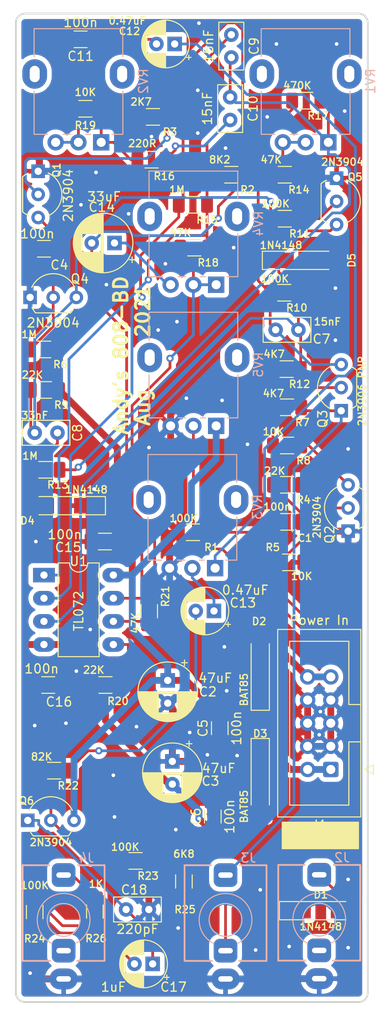
<source format=kicad_pcb>
(kicad_pcb (version 20171130) (host pcbnew "(5.1.9)-1")
  (layers (0 F.Cu signal) (31 B.Cu signal) (34 B.Paste user hide) (35 F.Paste user hide) (36 B.SilkS user) (37 F.SilkS user) (38 B.Mask user hide) (39 F.Mask user hide) (44 Edge.Cuts user))
  (net 0 "")
  (net 1 "Net-(C1-Pad2)")
  (net 2 "Net-(C1-Pad1)")
  (net 3 +12V)
  (net 4 -12V)
  (net 5 "Net-(C7-Pad2)")
  (net 6 "Net-(C7-Pad1)")
  (net 7 "Net-(C8-Pad2)")
  (net 8 "Net-(C8-Pad1)")
  (net 9 "Net-(C10-Pad1)")
  (net 10 "Net-(C9-Pad1)")
  (net 11 "Net-(C10-Pad2)")
  (net 12 "Net-(C11-Pad1)")
  (net 13 "Net-(C12-Pad1)")
  (net 14 "Net-(C13-Pad1)")
  (net 15 KICK_TRIGGER)
  (net 16 "Net-(D2-Pad2)")
  (net 17 "Net-(D3-Pad1)")
  (net 18 "Net-(Q1-Pad2)")
  (net 19 "Net-(Q2-Pad3)")
  (net 20 "Net-(Q2-Pad2)")
  (net 21 "Net-(Q3-Pad2)")
  (net 22 "Net-(Q5-Pad3)")
  (net 23 "Net-(Q6-Pad2)")
  (net 24 "Net-(R18-Pad2)")
  (net 25 "Net-(Q5-Pad2)")
  (net 26 "Net-(C4-Pad2)")
  (net 27 "Net-(C13-Pad2)")
  (net 28 "Net-(C17-Pad2)")
  (net 29 "Net-(C17-Pad1)")
  (net 30 KICK_OUT)
  (net 31 "Net-(J2-PadTN)")
  (net 32 "Net-(J4-PadTN)")
  (net 33 "Net-(C14-Pad2)")
  (net 34 ACCENT_IN)
  (net 35 "Net-(J3-PadTN)")
  (net 36 "Net-(R16-Pad2)")
  (net 37 "Net-(R20-Pad1)")
  (net 38 "Net-(C14-Pad1)")
  (net 39 GND)
  (module Andys_Custom_Footprints:R_1206_3216Metric_Pad1.30x1.75mm_HandSolder (layer F.Cu) (at 135.763 162.153 270)
    (fp_text reference R26 (at 2.947 -0.127 180) (layer F.SilkS) (effects (font (size 0.8 0.8))))
    (fp_text value 1K (at -3.022 -0.127 180) (layer F.SilkS) (effects (font (size 0.8 0.8))))
    (pad 2 smd roundrect (at 1.55 0 270) (size 1.3 1.75) (layers F.Cu F.Paste F.Mask) (roundrect_rratio 0.1923069230769231) (net 28 "Net-(C17-Pad2)"))
    (pad 1 smd roundrect (at -1.55 0 270) (size 1.3 1.75) (layers F.Cu F.Paste F.Mask) (roundrect_rratio 0.1923069230769231) (net 30 KICK_OUT))
  )
  (module Andys_Custom_Footprints:R_1206_3216Metric_Pad1.30x1.75mm_HandSolder (layer F.Cu) (at 145.542 158.851 270)
    (fp_text reference R25 (at 3.074 -0.127 180) (layer F.SilkS) (effects (font (size 0.8 0.8))))
    (fp_text value 6K8 (at -3.022 0 180) (layer F.SilkS) (effects (font (size 0.8 0.8))))
    (pad 2 smd roundrect (at 1.55 0 270) (size 1.3 1.75) (layers F.Cu F.Paste F.Mask) (roundrect_rratio 0.1923069230769231) (net 29 "Net-(C17-Pad1)"))
    (pad 1 smd roundrect (at -1.55 0 270) (size 1.3 1.75) (layers F.Cu F.Paste F.Mask) (roundrect_rratio 0.1923069230769231) (net 4 -12V))
  )
  (module Andys_Custom_Footprints:R_1206_3216Metric_Pad1.30x1.75mm_HandSolder (layer F.Cu) (at 129.159 162.205 270)
    (fp_text reference R24 (at 2.921 0 180) (layer F.SilkS) (effects (font (size 0.8 0.8))))
    (fp_text value 100K (at -2.921 0 180) (layer F.SilkS) (effects (font (size 0.8 0.8))))
    (pad 2 smd roundrect (at 1.55 0 270) (size 1.3 1.75) (layers F.Cu F.Paste F.Mask) (roundrect_rratio 0.1923069230769231) (net 39 GND))
    (pad 1 smd roundrect (at -1.55 0 270) (size 1.3 1.75) (layers F.Cu F.Paste F.Mask) (roundrect_rratio 0.1923069230769231) (net 28 "Net-(C17-Pad2)"))
  )
  (module Andys_Custom_Footprints:R_1206_3216Metric_Pad1.30x1.75mm_HandSolder (layer F.Cu) (at 140.234 156.591 180)
    (fp_text reference R23 (at -1.371 -1.651) (layer F.SilkS) (effects (font (size 0.8 0.8))))
    (fp_text value 100K (at 1.143 1.524) (layer F.SilkS) (effects (font (size 0.8 0.8))))
    (pad 2 smd roundrect (at 1.55 0 180) (size 1.3 1.75) (layers F.Cu F.Paste F.Mask) (roundrect_rratio 0.1923069230769231) (net 23 "Net-(Q6-Pad2)"))
    (pad 1 smd roundrect (at -1.55 0 180) (size 1.3 1.75) (layers F.Cu F.Paste F.Mask) (roundrect_rratio 0.1923069230769231) (net 39 GND))
  )
  (module Andys_Custom_Footprints:R_1206_3216Metric_Pad1.30x1.75mm_HandSolder (layer F.Cu) (at 131.292 146.685)
    (fp_text reference R22 (at 1.55 1.651) (layer F.SilkS) (effects (font (size 0.8 0.8))))
    (fp_text value 82K (at -1.371 -1.524) (layer F.SilkS) (effects (font (size 0.8 0.8))))
    (pad 2 smd roundrect (at 1.55 0) (size 1.3 1.75) (layers F.Cu F.Paste F.Mask) (roundrect_rratio 0.1923069230769231) (net 27 "Net-(C13-Pad2)"))
    (pad 1 smd roundrect (at -1.55 0) (size 1.3 1.75) (layers F.Cu F.Paste F.Mask) (roundrect_rratio 0.1923069230769231) (net 23 "Net-(Q6-Pad2)"))
  )
  (module Andys_Custom_Footprints:R_1206_3216Metric_Pad1.30x1.75mm_HandSolder (layer F.Cu) (at 141.732 129.185 90)
    (fp_text reference R21 (at 1.625 1.778 90) (layer F.SilkS) (effects (font (size 0.8 0.8))))
    (fp_text value 47K (at -1.296 -1.524 90) (layer F.SilkS) (effects (font (size 0.8 0.8))))
    (pad 2 smd roundrect (at 1.55 0 90) (size 1.3 1.75) (layers F.Cu F.Paste F.Mask) (roundrect_rratio 0.1923069230769231) (net 33 "Net-(C14-Pad2)"))
    (pad 1 smd roundrect (at -1.55 0 90) (size 1.3 1.75) (layers F.Cu F.Paste F.Mask) (roundrect_rratio 0.1923069230769231) (net 24 "Net-(R18-Pad2)"))
  )
  (module Andys_Custom_Footprints:R_1206_3216Metric_Pad1.30x1.75mm_HandSolder (layer F.Cu) (at 136.932 137.287 180)
    (fp_text reference R20 (at -1.371 -1.778) (layer F.SilkS) (effects (font (size 0.8 0.8))))
    (fp_text value 22K (at 1.296 1.651) (layer F.SilkS) (effects (font (size 0.8 0.8))))
    (pad 2 smd roundrect (at 1.55 0 180) (size 1.3 1.75) (layers F.Cu F.Paste F.Mask) (roundrect_rratio 0.1923069230769231) (net 39 GND))
    (pad 1 smd roundrect (at -1.55 0 180) (size 1.3 1.75) (layers F.Cu F.Paste F.Mask) (roundrect_rratio 0.1923069230769231) (net 37 "Net-(R20-Pad1)"))
  )
  (module Andys_Custom_Footprints:R_1206_3216Metric_Pad1.30x1.75mm_HandSolder (layer F.Cu) (at 134.721 74.041 180)
    (fp_text reference R19 (at 0 -1.82) (layer F.SilkS) (effects (font (size 0.8 0.8))))
    (fp_text value 10K (at 0 1.82) (layer F.SilkS) (effects (font (size 0.8 0.8))))
    (pad 2 smd roundrect (at 1.55 0 180) (size 1.3 1.75) (layers F.Cu F.Paste F.Mask) (roundrect_rratio 0.1923069230769231) (net 12 "Net-(C11-Pad1)"))
    (pad 1 smd roundrect (at -1.55 0 180) (size 1.3 1.75) (layers F.Cu F.Paste F.Mask) (roundrect_rratio 0.1923069230769231) (net 36 "Net-(R16-Pad2)"))
  )
  (module Andys_Custom_Footprints:R_1206_3216Metric_Pad1.30x1.75mm_HandSolder (layer F.Cu) (at 146.685 89.281 180)
    (fp_text reference R18 (at -1.524 -1.651) (layer F.SilkS) (effects (font (size 0.8 0.8))))
    (fp_text value 47K (at 1.524 1.651) (layer F.SilkS) (effects (font (size 0.8 0.8))))
    (pad 2 smd roundrect (at 1.55 0 180) (size 1.3 1.75) (layers F.Cu F.Paste F.Mask) (roundrect_rratio 0.1923069230769231) (net 24 "Net-(R18-Pad2)"))
    (pad 1 smd roundrect (at -1.55 0 180) (size 1.3 1.75) (layers F.Cu F.Paste F.Mask) (roundrect_rratio 0.1923069230769231) (net 11 "Net-(C10-Pad2)"))
  )
  (module Andys_Custom_Footprints:R_1206_3216Metric_Pad1.30x1.75mm_HandSolder (layer F.Cu) (at 158.978 73.152)
    (fp_text reference R17 (at 1.296 1.651) (layer F.SilkS) (effects (font (size 0.8 0.8))))
    (fp_text value 470K (at -0.99 -1.651) (layer F.SilkS) (effects (font (size 0.8 0.8))))
    (pad 2 smd roundrect (at 1.55 0) (size 1.3 1.75) (layers F.Cu F.Paste F.Mask) (roundrect_rratio 0.1923069230769231) (net 9 "Net-(C10-Pad1)"))
    (pad 1 smd roundrect (at -1.55 0) (size 1.3 1.75) (layers F.Cu F.Paste F.Mask) (roundrect_rratio 0.1923069230769231) (net 33 "Net-(C14-Pad2)"))
  )
  (module Andys_Custom_Footprints:R_1206_3216Metric_Pad1.30x1.75mm_HandSolder (layer F.Cu) (at 141.986 79.629 180)
    (fp_text reference R16 (at -1.397 -1.82) (layer F.SilkS) (effects (font (size 0.8 0.8))))
    (fp_text value 220R (at 1.016 1.778) (layer F.SilkS) (effects (font (size 0.8 0.8))))
    (pad 2 smd roundrect (at 1.55 0 180) (size 1.3 1.75) (layers F.Cu F.Paste F.Mask) (roundrect_rratio 0.1923069230769231) (net 36 "Net-(R16-Pad2)"))
    (pad 1 smd roundrect (at -1.55 0 180) (size 1.3 1.75) (layers F.Cu F.Paste F.Mask) (roundrect_rratio 0.1923069230769231) (net 11 "Net-(C10-Pad2)"))
  )
  (module Andys_Custom_Footprints:R_1206_3216Metric_Pad1.30x1.75mm_HandSolder (layer F.Cu) (at 146.532 84.582 180)
    (fp_text reference R15 (at -1.55 -1.651) (layer F.SilkS) (effects (font (size 0.8 0.8))))
    (fp_text value 1M (at 1.752 1.651) (layer F.SilkS) (effects (font (size 0.8 0.8))))
    (pad 2 smd roundrect (at 1.55 0 180) (size 1.3 1.75) (layers F.Cu F.Paste F.Mask) (roundrect_rratio 0.1923069230769231) (net 10 "Net-(C9-Pad1)"))
    (pad 1 smd roundrect (at -1.55 0 180) (size 1.3 1.75) (layers F.Cu F.Paste F.Mask) (roundrect_rratio 0.1923069230769231) (net 11 "Net-(C10-Pad2)"))
  )
  (module Andys_Custom_Footprints:R_1206_3216Metric_Pad1.30x1.75mm_HandSolder (layer F.Cu) (at 156.617 81.28)
    (fp_text reference R14 (at 1.55 1.651) (layer F.SilkS) (effects (font (size 0.8 0.8))))
    (fp_text value 47K (at -1.498 -1.651) (layer F.SilkS) (effects (font (size 0.8 0.8))))
    (pad 2 smd roundrect (at 1.55 0) (size 1.3 1.75) (layers F.Cu F.Paste F.Mask) (roundrect_rratio 0.1923069230769231) (net 39 GND))
    (pad 1 smd roundrect (at -1.55 0) (size 1.3 1.75) (layers F.Cu F.Paste F.Mask) (roundrect_rratio 0.1923069230769231) (net 22 "Net-(Q5-Pad3)"))
  )
  (module Andys_Custom_Footprints:R_1206_3216Metric_Pad1.30x1.75mm_HandSolder (layer F.Cu) (at 130.328 113.665 180)
    (fp_text reference R13 (at -1.371 -1.651) (layer F.SilkS) (effects (font (size 0.8 0.8))))
    (fp_text value 1M (at 1.677 1.524) (layer F.SilkS) (effects (font (size 0.8 0.8))))
    (pad 2 smd roundrect (at 1.55 0 180) (size 1.3 1.75) (layers F.Cu F.Paste F.Mask) (roundrect_rratio 0.1923069230769231) (net 7 "Net-(C8-Pad2)"))
    (pad 1 smd roundrect (at -1.55 0 180) (size 1.3 1.75) (layers F.Cu F.Paste F.Mask) (roundrect_rratio 0.1923069230769231) (net 9 "Net-(C10-Pad1)"))
  )
  (module Andys_Custom_Footprints:R_1206_3216Metric_Pad1.30x1.75mm_HandSolder (layer F.Cu) (at 156.819 102.616)
    (fp_text reference R12 (at 1.423 1.651) (layer F.SilkS) (effects (font (size 0.8 0.8))))
    (fp_text value 4K7 (at -1.371 -1.651) (layer F.SilkS) (effects (font (size 0.8 0.8))))
    (pad 2 smd roundrect (at 1.55 0) (size 1.3 1.75) (layers F.Cu F.Paste F.Mask) (roundrect_rratio 0.1923069230769231) (net 6 "Net-(C7-Pad1)"))
    (pad 1 smd roundrect (at -1.55 0) (size 1.3 1.75) (layers F.Cu F.Paste F.Mask) (roundrect_rratio 0.1923069230769231) (net 39 GND))
  )
  (module Andys_Custom_Footprints:R_1206_3216Metric_Pad1.30x1.75mm_HandSolder (layer F.Cu) (at 156.617 86.106 180)
    (fp_text reference R11 (at -1.651 -1.651) (layer F.SilkS) (effects (font (size 0.8 0.8))))
    (fp_text value 100K (at 1.016 1.651) (layer F.SilkS) (effects (font (size 0.8 0.8))))
    (pad 2 smd roundrect (at 1.55 0 180) (size 1.3 1.75) (layers F.Cu F.Paste F.Mask) (roundrect_rratio 0.1923069230769231) (net 8 "Net-(C8-Pad1)"))
    (pad 1 smd roundrect (at -1.55 0 180) (size 1.3 1.75) (layers F.Cu F.Paste F.Mask) (roundrect_rratio 0.1923069230769231) (net 25 "Net-(Q5-Pad2)"))
  )
  (module Andys_Custom_Footprints:R_1206_3216Metric_Pad1.30x1.75mm_HandSolder (layer F.Cu) (at 156.565 94.234 180)
    (fp_text reference R10 (at -1.371 -1.651) (layer F.SilkS) (effects (font (size 0.8 0.8))))
    (fp_text value 100K (at 1.042 1.524) (layer F.SilkS) (effects (font (size 0.8 0.8))))
    (pad 2 smd roundrect (at 1.55 0 180) (size 1.3 1.75) (layers F.Cu F.Paste F.Mask) (roundrect_rratio 0.1923069230769231) (net 5 "Net-(C7-Pad2)"))
    (pad 1 smd roundrect (at -1.55 0 180) (size 1.3 1.75) (layers F.Cu F.Paste F.Mask) (roundrect_rratio 0.1923069230769231) (net 6 "Net-(C7-Pad1)"))
  )
  (module Andys_Custom_Footprints:R_1206_3216Metric_Pad1.30x1.75mm_HandSolder (layer F.Cu) (at 130.276 104.902)
    (fp_text reference R9 (at 1.804 1.651) (layer F.SilkS) (effects (font (size 0.8 0.8))))
    (fp_text value 22K (at -1.371 -1.651) (layer F.SilkS) (effects (font (size 0.8 0.8))))
    (pad 2 smd roundrect (at 1.55 0) (size 1.3 1.75) (layers F.Cu F.Paste F.Mask) (roundrect_rratio 0.1923069230769231) (net 3 +12V))
    (pad 1 smd roundrect (at -1.55 0) (size 1.3 1.75) (layers F.Cu F.Paste F.Mask) (roundrect_rratio 0.1923069230769231) (net 8 "Net-(C8-Pad1)"))
  )
  (module Andys_Custom_Footprints:R_1206_3216Metric_Pad1.30x1.75mm_HandSolder (layer F.Cu) (at 156.871 110.998)
    (fp_text reference R8 (at 1.804 1.651) (layer F.SilkS) (effects (font (size 0.8 0.8))))
    (fp_text value 10K (at -1.498 -1.524) (layer F.SilkS) (effects (font (size 0.8 0.8))))
    (pad 2 smd roundrect (at 1.55 0) (size 1.3 1.75) (layers F.Cu F.Paste F.Mask) (roundrect_rratio 0.1923069230769231) (net 19 "Net-(Q2-Pad3)"))
    (pad 1 smd roundrect (at -1.55 0) (size 1.3 1.75) (layers F.Cu F.Paste F.Mask) (roundrect_rratio 0.1923069230769231) (net 21 "Net-(Q3-Pad2)"))
  )
  (module Andys_Custom_Footprints:R_1206_3216Metric_Pad1.30x1.75mm_HandSolder (layer F.Cu) (at 156.871 106.807 180)
    (fp_text reference R7 (at -1.677 -1.651) (layer F.SilkS) (effects (font (size 0.8 0.8))))
    (fp_text value 4K7 (at 1.498 1.524) (layer F.SilkS) (effects (font (size 0.8 0.8))))
    (pad 2 smd roundrect (at 1.55 0 180) (size 1.3 1.75) (layers F.Cu F.Paste F.Mask) (roundrect_rratio 0.1923069230769231) (net 21 "Net-(Q3-Pad2)"))
    (pad 1 smd roundrect (at -1.55 0 180) (size 1.3 1.75) (layers F.Cu F.Paste F.Mask) (roundrect_rratio 0.1923069230769231) (net 34 ACCENT_IN))
  )
  (module Andys_Custom_Footprints:R_1206_3216Metric_Pad1.30x1.75mm_HandSolder (layer F.Cu) (at 130.201 100.457)
    (fp_text reference R6 (at 1.778 1.651) (layer F.SilkS) (effects (font (size 0.8 0.8))))
    (fp_text value 1M (at -1.651 -1.651) (layer F.SilkS) (effects (font (size 0.8 0.8))))
    (pad 2 smd roundrect (at 1.55 0) (size 1.3 1.75) (layers F.Cu F.Paste F.Mask) (roundrect_rratio 0.1923069230769231) (net 3 +12V))
    (pad 1 smd roundrect (at -1.55 0) (size 1.3 1.75) (layers F.Cu F.Paste F.Mask) (roundrect_rratio 0.1923069230769231) (net 26 "Net-(C4-Pad2)"))
  )
  (module Andys_Custom_Footprints:R_1206_3216Metric_Pad1.30x1.75mm_HandSolder (layer F.Cu) (at 157.099 123.825)
    (fp_text reference R5 (at -1.804 -1.651) (layer F.SilkS) (effects (font (size 0.8 0.8))))
    (fp_text value 10K (at 1.371 1.524) (layer F.SilkS) (effects (font (size 0.8 0.8))))
    (pad 2 smd roundrect (at 1.55 0) (size 1.3 1.75) (layers F.Cu F.Paste F.Mask) (roundrect_rratio 0.1923069230769231) (net 39 GND))
    (pad 1 smd roundrect (at -1.55 0) (size 1.3 1.75) (layers F.Cu F.Paste F.Mask) (roundrect_rratio 0.1923069230769231) (net 20 "Net-(Q2-Pad2)"))
  )
  (module Andys_Custom_Footprints:R_1206_3216Metric_Pad1.30x1.75mm_HandSolder (layer F.Cu) (at 156.871 115.316)
    (fp_text reference R4 (at 1.804 1.651) (layer F.SilkS) (effects (font (size 0.8 0.8))))
    (fp_text value 22K (at -1.371 -1.524) (layer F.SilkS) (effects (font (size 0.8 0.8))))
    (pad 2 smd roundrect (at 1.55 0) (size 1.3 1.75) (layers F.Cu F.Paste F.Mask) (roundrect_rratio 0.1923069230769231) (net 20 "Net-(Q2-Pad2)"))
    (pad 1 smd roundrect (at -1.55 0) (size 1.3 1.75) (layers F.Cu F.Paste F.Mask) (roundrect_rratio 0.1923069230769231) (net 2 "Net-(C1-Pad1)"))
  )
  (module Andys_Custom_Footprints:R_1206_3216Metric_Pad1.30x1.75mm_HandSolder (layer F.Cu) (at 142.139 74.93)
    (fp_text reference R3 (at 1.879 1.651) (layer F.SilkS) (effects (font (size 0.8 0.8))))
    (fp_text value 2K7 (at -1.296 -1.651) (layer F.SilkS) (effects (font (size 0.8 0.8))))
    (pad 2 smd roundrect (at 1.55 0) (size 1.3 1.75) (layers F.Cu F.Paste F.Mask) (roundrect_rratio 0.1923069230769231) (net 18 "Net-(Q1-Pad2)"))
    (pad 1 smd roundrect (at -1.55 0) (size 1.3 1.75) (layers F.Cu F.Paste F.Mask) (roundrect_rratio 0.1923069230769231) (net 39 GND))
  )
  (module Andys_Custom_Footprints:R_1206_3216Metric_Pad1.30x1.75mm_HandSolder (layer F.Cu) (at 150.749 81.28)
    (fp_text reference R2 (at 1.778 1.651) (layer F.SilkS) (effects (font (size 0.8 0.8))))
    (fp_text value 8K2 (at -1.27 -1.651) (layer F.SilkS) (effects (font (size 0.8 0.8))))
    (pad 2 smd roundrect (at 1.55 0) (size 1.3 1.75) (layers F.Cu F.Paste F.Mask) (roundrect_rratio 0.1923069230769231) (net 5 "Net-(C7-Pad2)"))
    (pad 1 smd roundrect (at -1.55 0) (size 1.3 1.75) (layers F.Cu F.Paste F.Mask) (roundrect_rratio 0.1923069230769231) (net 18 "Net-(Q1-Pad2)"))
  )
  (module Andys_Custom_Footprints:R_1206_3216Metric_Pad1.30x1.75mm_HandSolder (layer F.Cu) (at 146.532 120.523 180)
    (fp_text reference R1 (at -2.032 -1.651) (layer F.SilkS) (effects (font (size 0.8 0.8))))
    (fp_text value 100K (at 1.016 1.524) (layer F.SilkS) (effects (font (size 0.8 0.8))))
    (pad 2 smd roundrect (at 1.55 0 180) (size 1.3 1.75) (layers F.Cu F.Paste F.Mask) (roundrect_rratio 0.1923069230769231) (net 39 GND))
    (pad 1 smd roundrect (at -1.55 0 180) (size 1.3 1.75) (layers F.Cu F.Paste F.Mask) (roundrect_rratio 0.1923069230769231) (net 1 "Net-(C1-Pad2)"))
  )
  (module Andys_Custom_Footprints:D_MiniMELF_Handsoldering (layer F.Cu) (at 158.706 90.678)
    (fp_text reference D5 (at 5.251 0 90) (layer F.SilkS) (effects (font (size 0.8 0.8))))
    (fp_text value 1N4148 (at -2.496 -1.651) (layer F.SilkS) (effects (font (size 0.8 0.8))))
    (pad 2 smd rect (at 2.75 0) (size 3.3 1.7) (layers F.Cu F.Paste F.Mask) (net 39 GND))
    (pad 1 smd rect (at -2.75 0) (size 3.3 1.7) (layers F.Cu F.Paste F.Mask) (net 6 "Net-(C7-Pad1)"))
  )
  (module Andys_Custom_Footprints:D_MiniMELF_Handsoldering (layer F.Cu) (at 132.378 117.602 180)
    (fp_text reference D4 (at 4.02 -1.651) (layer F.SilkS) (effects (font (size 0.8 0.8))))
    (fp_text value 1N4148 (at -2.457 1.75) (layer F.SilkS) (effects (font (size 0.8 0.8))))
    (pad 2 smd rect (at 2.75 0 180) (size 3.3 1.7) (layers F.Cu F.Paste F.Mask) (net 7 "Net-(C8-Pad2)"))
    (pad 1 smd rect (at -2.75 0 180) (size 3.3 1.7) (layers F.Cu F.Paste F.Mask) (net 39 GND))
  )
  (module Andys_Custom_Footprints:D_MiniMELF_Handsoldering (layer F.Cu) (at 153.924 147.701 270)
    (fp_text reference D3 (at -5.08 0 180) (layer F.SilkS) (effects (font (size 0.8 0.8))))
    (fp_text value BAT85 (at 2.921 1.778 90) (layer F.SilkS) (effects (font (size 0.8 0.8))))
    (pad 2 smd rect (at 2.75 0 270) (size 3.3 1.7) (layers F.Cu F.Paste F.Mask) (net 4 -12V))
    (pad 1 smd rect (at -2.75 0 270) (size 3.3 1.7) (layers F.Cu F.Paste F.Mask) (net 17 "Net-(D3-Pad1)"))
  )
  (module Andys_Custom_Footprints:D_MiniMELF_Handsoldering (layer F.Cu) (at 153.924 135.509 90)
    (fp_text reference D2 (at 5.207 -0.127 180) (layer F.SilkS) (effects (font (size 0.8 0.8))))
    (fp_text value BAT85 (at -2.286 -1.778 90) (layer F.SilkS) (effects (font (size 0.8 0.8))))
    (pad 2 smd rect (at 2.75 0 90) (size 3.3 1.7) (layers F.Cu F.Paste F.Mask) (net 16 "Net-(D2-Pad2)"))
    (pad 1 smd rect (at -2.75 0 90) (size 3.3 1.7) (layers F.Cu F.Paste F.Mask) (net 3 +12V))
  )
  (module Andys_Custom_Footprints:D_MiniMELF_Handsoldering (layer F.Cu) (at 160.572 162.052)
    (fp_text reference D1 (at 0 -1.75) (layer F.SilkS) (effects (font (size 0.8 0.8))))
    (fp_text value 1N4148 (at 0 1.75) (layer F.SilkS) (effects (font (size 0.8 0.8))))
    (pad 2 smd rect (at 2.75 0) (size 3.3 1.7) (layers F.Cu F.Paste F.Mask) (net 15 KICK_TRIGGER))
    (pad 1 smd rect (at -2.75 0) (size 3.3 1.7) (layers F.Cu F.Paste F.Mask) (net 1 "Net-(C1-Pad2)"))
  )
  (module Capacitor_THT:CP_Radial_D5.0mm_P2.00mm (layer F.Cu) (at 142.113 167.894 180)
    (fp_text reference C17 (at -2.286 -2.54) (layer F.SilkS))
    (fp_text value 1uF (at 4.318 -2.54) (layer F.SilkS))
    (pad 2 thru_hole circle (at 2 0 180) (size 1.6 1.6) (drill 0.8) (layers *.Cu *.Mask) (net 28 "Net-(C17-Pad2)"))
    (pad 1 thru_hole rect (at 0 0 180) (size 1.6 1.6) (drill 0.8) (layers *.Cu *.Mask) (net 29 "Net-(C17-Pad1)"))
  )
  (module Capacitor_THT:CP_Radial_D5.0mm_P2.00mm (layer F.Cu) (at 148.844 129.159 180)
    (fp_text reference C13 (at -3.175 0.889) (layer F.SilkS))
    (fp_text value 0.47uF (at -3.429 2.286) (layer F.SilkS))
    (pad 2 thru_hole circle (at 2 0 180) (size 1.6 1.6) (drill 0.8) (layers *.Cu *.Mask) (net 27 "Net-(C13-Pad2)"))
    (pad 1 thru_hole rect (at 0 0 180) (size 1.6 1.6) (drill 0.8) (layers *.Cu *.Mask) (net 14 "Net-(C13-Pad1)"))
  )
  (module Capacitor_THT:CP_Radial_D5.0mm_P2.00mm (layer F.Cu) (at 144.526 66.929 180)
    (fp_text reference C12 (at 4.953 1.397) (layer F.SilkS) (effects (font (size 0.8 0.8))))
    (fp_text value 0.47uF (at 5.207 2.54) (layer F.SilkS) (effects (font (size 0.8 0.8))))
    (pad 2 thru_hole circle (at 2 0 180) (size 1.6 1.6) (drill 0.8) (layers *.Cu *.Mask) (net 12 "Net-(C11-Pad1)"))
    (pad 1 thru_hole rect (at 0 0 180) (size 1.6 1.6) (drill 0.8) (layers *.Cu *.Mask) (net 13 "Net-(C12-Pad1)"))
  )
  (module Capacitor_THT:CP_Radial_D6.3mm_P2.50mm (layer F.Cu) (at 144.272 145.669 270)
    (fp_text reference C3 (at 2.159 -4.191 180) (layer F.SilkS))
    (fp_text value 47uF (at 0.762 -5.08 180) (layer F.SilkS))
    (pad 2 thru_hole circle (at 2.5 0 270) (size 1.6 1.6) (drill 0.8) (layers *.Cu *.Mask) (net 4 -12V))
    (pad 1 thru_hole rect (at 0 0 270) (size 1.6 1.6) (drill 0.8) (layers *.Cu *.Mask) (net 39 GND))
  )
  (module Capacitor_THT:CP_Radial_D6.3mm_P2.50mm (layer F.Cu) (at 143.764 136.779 270)
    (fp_text reference C2 (at 1.25 -4.4 180) (layer F.SilkS))
    (fp_text value 47uF (at -0.254 -5.207 180) (layer F.SilkS))
    (pad 2 thru_hole circle (at 2.5 0 270) (size 1.6 1.6) (drill 0.8) (layers *.Cu *.Mask) (net 39 GND))
    (pad 1 thru_hole rect (at 0 0 270) (size 1.6 1.6) (drill 0.8) (layers *.Cu *.Mask) (net 3 +12V))
  )
  (module thonk:Jack_3.5mm_QingPu_WQP-PJ398SM_Vertical (layer B.Cu) (at 132.334 163.065 180)
    (fp_text reference J4 (at -2.5 6.8) (layer B.SilkS) (effects (justify mirror)))
    (fp_text value BD_Out)
    (pad TN thru_hole roundrect (at 0 -3.38 180) (size 2.6 2.6) (drill oval 1.6 0.6) (layers *.Cu *.Mask) (net 32 "Net-(J4-PadTN)"))
    (pad S thru_hole oval (at 0 -6.48 180) (size 3.1 2.3) (drill oval 1.6 0.6) (layers *.Cu *.Mask) (net 39 GND))
    (pad T thru_hole roundrect (at 0 4.92 180) (size 2.6 2.6) (drill oval 1.6 0.6) (layers *.Cu *.Mask) (net 30 KICK_OUT))
  )
  (module thonk:Jack_3.5mm_QingPu_WQP-PJ398SM_Vertical (layer B.Cu) (at 150.114 163.068 180)
    (fp_text reference J3 (at -2.5 6.8) (layer B.SilkS) (effects (justify mirror)))
    (fp_text value Accent_In)
    (pad TN thru_hole roundrect (at 0 -3.38 180) (size 2.6 2.6) (drill oval 1.6 0.6) (layers *.Cu *.Mask) (net 35 "Net-(J3-PadTN)"))
    (pad S thru_hole oval (at 0 -6.48 180) (size 3.1 2.3) (drill oval 1.6 0.6) (layers *.Cu *.Mask) (net 39 GND))
    (pad T thru_hole roundrect (at 0 4.92 180) (size 2.6 2.6) (drill oval 1.6 0.6) (layers *.Cu *.Mask) (net 34 ACCENT_IN))
  )
  (module thonk:Jack_3.5mm_QingPu_WQP-PJ398SM_Vertical (layer B.Cu) (at 160.401 163.035 180)
    (fp_text reference J2 (at -2.5 6.8) (layer B.SilkS) (effects (justify mirror)))
    (fp_text value BD_Trig)
    (pad TN thru_hole roundrect (at 0 -3.38 180) (size 2.6 2.6) (drill oval 1.6 0.6) (layers *.Cu *.Mask) (net 31 "Net-(J2-PadTN)"))
    (pad S thru_hole oval (at 0 -6.48 180) (size 3.1 2.3) (drill oval 1.6 0.6) (layers *.Cu *.Mask) (net 39 GND))
    (pad T thru_hole roundrect (at 0 4.92 180) (size 2.6 2.6) (drill oval 1.6 0.6) (layers *.Cu *.Mask) (net 15 KICK_TRIGGER))
  )
  (module Package_DIP:DIP-8_W7.62mm_LongPads (layer F.Cu) (at 130.175 125.222)
    (fp_text reference U1 (at 3.81 -1.524) (layer F.SilkS))
    (fp_text value TL072 (at 3.81 3.937 90) (layer F.SilkS))
    (pad 8 thru_hole oval (at 7.62 0) (size 2.4 1.6) (drill 0.8) (layers *.Cu *.Mask) (net 3 +12V))
    (pad 4 thru_hole oval (at 0 7.62) (size 2.4 1.6) (drill 0.8) (layers *.Cu *.Mask) (net 4 -12V))
    (pad 7 thru_hole oval (at 7.62 2.54) (size 2.4 1.6) (drill 0.8) (layers *.Cu *.Mask) (net 33 "Net-(C14-Pad2)"))
    (pad 3 thru_hole oval (at 0 5.08) (size 2.4 1.6) (drill 0.8) (layers *.Cu *.Mask) (net 6 "Net-(C7-Pad1)"))
    (pad 6 thru_hole oval (at 7.62 5.08) (size 2.4 1.6) (drill 0.8) (layers *.Cu *.Mask) (net 24 "Net-(R18-Pad2)"))
    (pad 2 thru_hole oval (at 0 2.54) (size 2.4 1.6) (drill 0.8) (layers *.Cu *.Mask) (net 10 "Net-(C9-Pad1)"))
    (pad 5 thru_hole oval (at 7.62 7.62) (size 2.4 1.6) (drill 0.8) (layers *.Cu *.Mask) (net 37 "Net-(R20-Pad1)"))
    (pad 1 thru_hole rect (at 0 0) (size 2.4 1.6) (drill 0.8) (layers *.Cu *.Mask) (net 11 "Net-(C10-Pad2)"))
  )
  (module Potentiometer_THT:Potentiometer_Alpha_RD901F-40-00D_Single_Vertical (layer B.Cu) (at 149.084 108.846 90)
    (fp_text reference RV5 (at 6.71 4.64 -90) (layer B.SilkS) (effects (justify mirror)))
    (fp_text value "Accent 10K")
    (pad "" thru_hole oval (at 7.5 2.3) (size 2.72 3.24) (drill oval 1.1 1.8) (layers *.Cu *.Mask))
    (pad "" thru_hole oval (at 7.5 -7.3) (size 2.72 3.24) (drill oval 1.1 1.8) (layers *.Cu *.Mask))
    (pad 3 thru_hole circle (at 0 -5) (size 1.8 1.8) (drill 1) (layers *.Cu *.Mask) (net 39 GND))
    (pad 2 thru_hole circle (at 0 -2.5) (size 1.8 1.8) (drill 1) (layers *.Cu *.Mask) (net 35 "Net-(J3-PadTN)"))
    (pad 1 thru_hole rect (at 0 0) (size 1.8 1.8) (drill 1) (layers *.Cu *.Mask) (net 3 +12V))
  )
  (module Potentiometer_THT:Potentiometer_Alpha_RD901F-40-00D_Single_Vertical (layer B.Cu) (at 148.971 124.46 90)
    (fp_text reference RV3 (at 6.71 4.64 -90) (layer B.SilkS) (effects (justify mirror)))
    (fp_text value "BD Level 10K")
    (pad "" thru_hole oval (at 7.5 2.3) (size 2.72 3.24) (drill oval 1.1 1.8) (layers *.Cu *.Mask))
    (pad "" thru_hole oval (at 7.5 -7.3) (size 2.72 3.24) (drill oval 1.1 1.8) (layers *.Cu *.Mask))
    (pad 3 thru_hole circle (at 0 -5) (size 1.8 1.8) (drill 1) (layers *.Cu *.Mask) (net 39 GND))
    (pad 2 thru_hole circle (at 0 -2.5) (size 1.8 1.8) (drill 1) (layers *.Cu *.Mask) (net 14 "Net-(C13-Pad1)"))
    (pad 1 thru_hole rect (at 0 0) (size 1.8 1.8) (drill 1) (layers *.Cu *.Mask) (net 13 "Net-(C12-Pad1)"))
  )
  (module Potentiometer_THT:Potentiometer_Alpha_RD901F-40-00D_Single_Vertical (layer B.Cu) (at 149.084 93.352 90)
    (fp_text reference RV4 (at 6.71 4.64 -90) (layer B.SilkS) (effects (justify mirror)))
    (fp_text value "BD Decay 500K ")
    (pad "" thru_hole oval (at 7.5 2.3) (size 2.72 3.24) (drill oval 1.1 1.8) (layers *.Cu *.Mask))
    (pad "" thru_hole oval (at 7.5 -7.3) (size 2.72 3.24) (drill oval 1.1 1.8) (layers *.Cu *.Mask))
    (pad 3 thru_hole circle (at 0 -5) (size 1.8 1.8) (drill 1) (layers *.Cu *.Mask) (net 38 "Net-(C14-Pad1)"))
    (pad 2 thru_hole circle (at 0 -2.5) (size 1.8 1.8) (drill 1) (layers *.Cu *.Mask) (net 24 "Net-(R18-Pad2)"))
    (pad 1 thru_hole rect (at 0 0) (size 1.8 1.8) (drill 1) (layers *.Cu *.Mask) (net 24 "Net-(R18-Pad2)"))
  )
  (module Potentiometer_THT:Potentiometer_Alpha_RD901F-40-00D_Single_Vertical (layer B.Cu) (at 136.459 77.724 90)
    (fp_text reference RV2 (at 6.71 4.64 -90) (layer B.SilkS) (effects (justify mirror)))
    (fp_text value "BD Tone 10K")
    (pad "" thru_hole oval (at 7.5 2.3) (size 2.72 3.24) (drill oval 1.1 1.8) (layers *.Cu *.Mask))
    (pad "" thru_hole oval (at 7.5 -7.3) (size 2.72 3.24) (drill oval 1.1 1.8) (layers *.Cu *.Mask))
    (pad 3 thru_hole circle (at 0 -5) (size 1.8 1.8) (drill 1) (layers *.Cu *.Mask) (net 12 "Net-(C11-Pad1)"))
    (pad 2 thru_hole circle (at 0 -2.5) (size 1.8 1.8) (drill 1) (layers *.Cu *.Mask) (net 12 "Net-(C11-Pad1)"))
    (pad 1 thru_hole rect (at 0 0) (size 1.8 1.8) (drill 1) (layers *.Cu *.Mask) (net 36 "Net-(R16-Pad2)"))
  )
  (module Potentiometer_THT:Potentiometer_Alpha_RD901F-40-00D_Single_Vertical (layer B.Cu) (at 161.403 77.724 90)
    (fp_text reference RV1 (at 6.71 4.64 -90) (layer B.SilkS) (effects (justify mirror)))
    (fp_text value "BD Tune Env 10K")
    (pad "" thru_hole oval (at 7.5 2.3) (size 2.72 3.24) (drill oval 1.1 1.8) (layers *.Cu *.Mask))
    (pad "" thru_hole oval (at 7.5 -7.3) (size 2.72 3.24) (drill oval 1.1 1.8) (layers *.Cu *.Mask))
    (pad 3 thru_hole circle (at 0 -5) (size 1.8 1.8) (drill 1) (layers *.Cu *.Mask) (net 22 "Net-(Q5-Pad3)"))
    (pad 2 thru_hole circle (at 0 -2.5) (size 1.8 1.8) (drill 1) (layers *.Cu *.Mask) (net 22 "Net-(Q5-Pad3)"))
    (pad 1 thru_hole rect (at 0 0) (size 1.8 1.8) (drill 1) (layers *.Cu *.Mask) (net 9 "Net-(C10-Pad1)"))
  )
  (module Package_TO_SOT_THT:TO-92L_Inline_Wide (layer F.Cu) (at 128.397 152.146)
    (fp_text reference Q6 (at -0.127 -2.159) (layer F.SilkS) (effects (font (size 0.8 0.8))))
    (fp_text value 2N3904 (at 2.54 2.413) (layer F.SilkS) (effects (font (size 0.8 0.8))))
    (pad 1 thru_hole rect (at 0 0) (size 1.5 1.5) (drill 0.8) (layers *.Cu *.Mask) (net 29 "Net-(C17-Pad1)"))
    (pad 3 thru_hole circle (at 5.08 0) (size 1.5 1.5) (drill 0.8) (layers *.Cu *.Mask) (net 3 +12V))
    (pad 2 thru_hole circle (at 2.54 0) (size 1.5 1.5) (drill 0.8) (layers *.Cu *.Mask) (net 23 "Net-(Q6-Pad2)"))
  )
  (module Package_TO_SOT_THT:TO-92L_Inline_Wide (layer F.Cu) (at 162.306 81.661 270)
    (fp_text reference Q5 (at -0.127 -2.032 180) (layer F.SilkS) (effects (font (size 0.8 0.8))))
    (fp_text value 2N3904 (at -1.778 -0.635) (layer F.SilkS) (effects (font (size 0.8 0.8))))
    (pad 1 thru_hole rect (at 0 0 270) (size 1.5 1.5) (drill 0.8) (layers *.Cu *.Mask) (net 39 GND))
    (pad 3 thru_hole circle (at 5.08 0 270) (size 1.5 1.5) (drill 0.8) (layers *.Cu *.Mask) (net 22 "Net-(Q5-Pad3)"))
    (pad 2 thru_hole circle (at 2.54 0 270) (size 1.5 1.5) (drill 0.8) (layers *.Cu *.Mask) (net 25 "Net-(Q5-Pad2)"))
  )
  (module Package_TO_SOT_THT:TO-92L_Inline_Wide (layer F.Cu) (at 128.651 94.742)
    (fp_text reference Q4 (at 5.461 -2.032) (layer F.SilkS))
    (fp_text value 2N3904 (at 2.54 2.79) (layer F.SilkS))
    (pad 1 thru_hole rect (at 0 0) (size 1.5 1.5) (drill 0.8) (layers *.Cu *.Mask) (net 39 GND))
    (pad 3 thru_hole circle (at 5.08 0) (size 1.5 1.5) (drill 0.8) (layers *.Cu *.Mask) (net 8 "Net-(C8-Pad1)"))
    (pad 2 thru_hole circle (at 2.54 0) (size 1.5 1.5) (drill 0.8) (layers *.Cu *.Mask) (net 26 "Net-(C4-Pad2)"))
  )
  (module Package_TO_SOT_THT:TO-92L_Inline_Wide (layer F.Cu) (at 162.814 107.188 90)
    (fp_text reference Q3 (at -0.889 -2.032 90) (layer F.SilkS))
    (fp_text value "2N3906 PNP" (at 2.159 2.286 90) (layer F.SilkS) (effects (font (size 0.8 0.8))))
    (pad 1 thru_hole rect (at 0 0 90) (size 1.5 1.5) (drill 0.8) (layers *.Cu *.Mask) (net 34 ACCENT_IN))
    (pad 3 thru_hole circle (at 5.08 0 90) (size 1.5 1.5) (drill 0.8) (layers *.Cu *.Mask) (net 5 "Net-(C7-Pad2)"))
    (pad 2 thru_hole circle (at 2.54 0 90) (size 1.5 1.5) (drill 0.8) (layers *.Cu *.Mask) (net 21 "Net-(Q3-Pad2)"))
  )
  (module Package_TO_SOT_THT:TO-92L_Inline_Wide (layer F.Cu) (at 163.576 120.396 90)
    (fp_text reference Q2 (at -0.381 -2.032 90) (layer F.SilkS))
    (fp_text value 2N3904 (at 1.524 -3.429 90) (layer F.SilkS) (effects (font (size 0.8 0.8))))
    (pad 1 thru_hole rect (at 0 0 90) (size 1.5 1.5) (drill 0.8) (layers *.Cu *.Mask) (net 39 GND))
    (pad 3 thru_hole circle (at 5.08 0 90) (size 1.5 1.5) (drill 0.8) (layers *.Cu *.Mask) (net 19 "Net-(Q2-Pad3)"))
    (pad 2 thru_hole circle (at 2.54 0 90) (size 1.5 1.5) (drill 0.8) (layers *.Cu *.Mask) (net 20 "Net-(Q2-Pad2)"))
  )
  (module Package_TO_SOT_THT:TO-92L_Inline_Wide (layer F.Cu) (at 129.54 80.899 270)
    (fp_text reference Q1 (at -0.127 -2.032 90) (layer F.SilkS) (effects (font (size 0.8 0.8))))
    (fp_text value 2N3904 (at 2.667 -3.302 90) (layer F.SilkS))
    (pad 1 thru_hole rect (at 0 0 270) (size 1.5 1.5) (drill 0.8) (layers *.Cu *.Mask) (net 39 GND))
    (pad 3 thru_hole circle (at 5.08 0 270) (size 1.5 1.5) (drill 0.8) (layers *.Cu *.Mask) (net 26 "Net-(C4-Pad2)"))
    (pad 2 thru_hole circle (at 2.54 0 270) (size 1.5 1.5) (drill 0.8) (layers *.Cu *.Mask) (net 18 "Net-(Q1-Pad2)"))
  )
  (module Capacitor_SMD:C_1206_3216Metric_Pad1.33x1.80mm_HandSolder (layer F.Cu) (at 130.644 137.287 180)
    (fp_text reference C16 (at -1.182 -1.85) (layer F.SilkS))
    (fp_text value 100n (at 0.723 1.778) (layer F.SilkS))
    (pad 2 smd roundrect (at 1.5625 0 180) (size 1.325 1.8) (layers F.Cu F.Paste F.Mask) (roundrect_rratio 0.1886777358490566) (net 4 -12V))
    (pad 1 smd roundrect (at -1.5625 0 180) (size 1.325 1.8) (layers F.Cu F.Paste F.Mask) (roundrect_rratio 0.1886777358490566) (net 39 GND))
  )
  (module Capacitor_SMD:C_1206_3216Metric_Pad1.33x1.80mm_HandSolder (layer F.Cu) (at 136.868 121.539 180)
    (fp_text reference C15 (at 4.0255 -0.635) (layer F.SilkS))
    (fp_text value 100n (at 4.4065 0.762) (layer F.SilkS))
    (pad 2 smd roundrect (at 1.5625 0 180) (size 1.325 1.8) (layers F.Cu F.Paste F.Mask) (roundrect_rratio 0.1886777358490566) (net 39 GND))
    (pad 1 smd roundrect (at -1.5625 0 180) (size 1.325 1.8) (layers F.Cu F.Paste F.Mask) (roundrect_rratio 0.1886777358490566) (net 3 +12V))
  )
  (module Connector_IDC:IDC-Header_2x05_P2.54mm_Vertical (layer F.Cu) (at 161.671 146.558 180)
    (fp_text reference J1 (at 1.27 -6.1) (layer F.SilkS))
    (fp_text value "Power In" (at 1.27 16.383) (layer F.SilkS))
    (pad 10 thru_hole circle (at 2.54 10.16 180) (size 1.7 1.7) (drill 1) (layers *.Cu *.Mask) (net 16 "Net-(D2-Pad2)"))
    (pad 8 thru_hole circle (at 2.54 7.62 180) (size 1.7 1.7) (drill 1) (layers *.Cu *.Mask) (net 39 GND))
    (pad 6 thru_hole circle (at 2.54 5.08 180) (size 1.7 1.7) (drill 1) (layers *.Cu *.Mask) (net 39 GND))
    (pad 4 thru_hole circle (at 2.54 2.54 180) (size 1.7 1.7) (drill 1) (layers *.Cu *.Mask) (net 39 GND))
    (pad 2 thru_hole circle (at 2.54 0 180) (size 1.7 1.7) (drill 1) (layers *.Cu *.Mask) (net 17 "Net-(D3-Pad1)"))
    (pad 9 thru_hole circle (at 0 10.16 180) (size 1.7 1.7) (drill 1) (layers *.Cu *.Mask) (net 16 "Net-(D2-Pad2)"))
    (pad 7 thru_hole circle (at 0 7.62 180) (size 1.7 1.7) (drill 1) (layers *.Cu *.Mask) (net 39 GND))
    (pad 5 thru_hole circle (at 0 5.08 180) (size 1.7 1.7) (drill 1) (layers *.Cu *.Mask) (net 39 GND))
    (pad 3 thru_hole circle (at 0 2.54 180) (size 1.7 1.7) (drill 1) (layers *.Cu *.Mask) (net 39 GND))
    (pad 1 thru_hole roundrect (at 0 0 180) (size 1.7 1.7) (drill 1) (layers *.Cu *.Mask) (roundrect_rratio 0.1470588235294118) (net 17 "Net-(D3-Pad1)"))
  )
  (module Capacitor_THT:C_Disc_D5.0mm_W2.5mm_P2.50mm (layer F.Cu) (at 139.192 161.925)
    (fp_text reference C18 (at 0.889 -2.159) (layer F.SilkS))
    (fp_text value 220pF (at 1.25 2.159) (layer F.SilkS))
    (pad 2 thru_hole circle (at 2.5 0) (size 1.6 1.6) (drill 0.8) (layers *.Cu *.Mask) (net 39 GND))
    (pad 1 thru_hole circle (at 0 0) (size 1.6 1.6) (drill 0.8) (layers *.Cu *.Mask) (net 29 "Net-(C17-Pad1)"))
  )
  (module Capacitor_SMD:C_1206_3216Metric_Pad1.33x1.80mm_HandSolder (layer F.Cu) (at 134.2 66.421 180)
    (fp_text reference C11 (at 0 -1.85) (layer F.SilkS))
    (fp_text value 100n (at 0 1.85) (layer F.SilkS))
    (pad 2 smd roundrect (at 1.5625 0 180) (size 1.325 1.8) (layers F.Cu F.Paste F.Mask) (roundrect_rratio 0.1886777358490566) (net 39 GND))
    (pad 1 smd roundrect (at -1.5625 0 180) (size 1.325 1.8) (layers F.Cu F.Paste F.Mask) (roundrect_rratio 0.1886777358490566) (net 12 "Net-(C11-Pad1)"))
  )
  (module Capacitor_THT:CP_Radial_D6.3mm_P2.50mm (layer F.Cu) (at 137.922 88.773 180)
    (fp_text reference C14 (at 1.397 3.937) (layer F.SilkS))
    (fp_text value 33uF (at 1.143 5.08) (layer F.SilkS))
    (pad 2 thru_hole circle (at 2.5 0 180) (size 1.6 1.6) (drill 0.8) (layers *.Cu *.Mask) (net 33 "Net-(C14-Pad2)"))
    (pad 1 thru_hole rect (at 0 0 180) (size 1.6 1.6) (drill 0.8) (layers *.Cu *.Mask) (net 38 "Net-(C14-Pad1)"))
  )
  (module Capacitor_THT:C_Disc_D5.0mm_W2.5mm_P2.50mm (layer F.Cu) (at 150.622 72.771 270)
    (fp_text reference C10 (at 1.25 -2.5 90) (layer F.SilkS))
    (fp_text value 15nF (at 1.25 2.5 90) (layer F.SilkS))
    (pad 2 thru_hole circle (at 2.5 0 270) (size 1.6 1.6) (drill 0.8) (layers *.Cu *.Mask) (net 11 "Net-(C10-Pad2)"))
    (pad 1 thru_hole circle (at 0 0 270) (size 1.6 1.6) (drill 0.8) (layers *.Cu *.Mask) (net 9 "Net-(C10-Pad1)"))
  )
  (module Capacitor_THT:C_Disc_D5.0mm_W2.5mm_P2.50mm (layer F.Cu) (at 150.749 65.913 270)
    (fp_text reference C9 (at 1.25 -2.5 90) (layer F.SilkS))
    (fp_text value 15nF (at 1.25 2.5 90) (layer F.SilkS))
    (pad 2 thru_hole circle (at 2.5 0 270) (size 1.6 1.6) (drill 0.8) (layers *.Cu *.Mask) (net 9 "Net-(C10-Pad1)"))
    (pad 1 thru_hole circle (at 0 0 270) (size 1.6 1.6) (drill 0.8) (layers *.Cu *.Mask) (net 10 "Net-(C9-Pad1)"))
  )
  (module Capacitor_THT:C_Disc_D5.0mm_W2.5mm_P2.50mm (layer F.Cu) (at 129.159 109.601)
    (fp_text reference C8 (at 4.699 0 90) (layer F.SilkS))
    (fp_text value 33nF (at 0 -1.905) (layer F.SilkS) (effects (font (size 0.8 0.8))))
    (pad 2 thru_hole circle (at 2.5 0) (size 1.6 1.6) (drill 0.8) (layers *.Cu *.Mask) (net 7 "Net-(C8-Pad2)"))
    (pad 1 thru_hole circle (at 0 0) (size 1.6 1.6) (drill 0.8) (layers *.Cu *.Mask) (net 8 "Net-(C8-Pad1)"))
  )
  (module Capacitor_THT:C_Disc_D5.0mm_W2.5mm_P2.50mm (layer F.Cu) (at 158.115 98.298 180)
    (fp_text reference C7 (at -2.54 -1.016) (layer F.SilkS))
    (fp_text value 15nF (at -3.175 0.889) (layer F.SilkS) (effects (font (size 0.8 0.8))))
    (pad 2 thru_hole circle (at 2.5 0 180) (size 1.6 1.6) (drill 0.8) (layers *.Cu *.Mask) (net 5 "Net-(C7-Pad2)"))
    (pad 1 thru_hole circle (at 0 0 180) (size 1.6 1.6) (drill 0.8) (layers *.Cu *.Mask) (net 6 "Net-(C7-Pad1)"))
  )
  (module Capacitor_SMD:C_1206_3216Metric_Pad1.33x1.80mm_HandSolder (layer F.Cu) (at 148.717 151.726 90)
    (fp_text reference C6 (at 0 -1.85 90) (layer F.SilkS))
    (fp_text value 100n (at 0 1.85 90) (layer F.SilkS))
    (pad 2 smd roundrect (at 1.5625 0 90) (size 1.325 1.8) (layers F.Cu F.Paste F.Mask) (roundrect_rratio 0.1886777358490566) (net 39 GND))
    (pad 1 smd roundrect (at -1.5625 0 90) (size 1.325 1.8) (layers F.Cu F.Paste F.Mask) (roundrect_rratio 0.1886777358490566) (net 4 -12V))
  )
  (module Capacitor_SMD:C_1206_3216Metric_Pad1.33x1.80mm_HandSolder (layer F.Cu) (at 149.479 142.024 90)
    (fp_text reference C5 (at 0 -1.85 90) (layer F.SilkS))
    (fp_text value 100n (at 0 1.85 90) (layer F.SilkS))
    (pad 2 smd roundrect (at 1.5625 0 90) (size 1.325 1.8) (layers F.Cu F.Paste F.Mask) (roundrect_rratio 0.1886777358490566) (net 3 +12V))
    (pad 1 smd roundrect (at -1.5625 0 90) (size 1.325 1.8) (layers F.Cu F.Paste F.Mask) (roundrect_rratio 0.1886777358490566) (net 39 GND))
  )
  (module Capacitor_SMD:C_1206_3216Metric_Pad1.33x1.80mm_HandSolder (layer F.Cu) (at 130.175 89.408)
    (fp_text reference C4 (at 1.6895 1.778) (layer F.SilkS))
    (fp_text value 100n (at -0.7235 -1.651) (layer F.SilkS))
    (pad 2 smd roundrect (at 1.5625 0) (size 1.325 1.8) (layers F.Cu F.Paste F.Mask) (roundrect_rratio 0.1886777358490566) (net 26 "Net-(C4-Pad2)"))
    (pad 1 smd roundrect (at -1.5625 0) (size 1.325 1.8) (layers F.Cu F.Paste F.Mask) (roundrect_rratio 0.1886777358490566) (net 39 GND))
  )
  (module Capacitor_SMD:C_1206_3216Metric_Pad1.33x1.80mm_HandSolder (layer F.Cu) (at 156.884 119.38 180)
    (fp_text reference C1 (at -1.9435 -1.778) (layer F.SilkS) (effects (font (size 0.8 0.8))))
    (fp_text value 100n (at 1.1045 1.651) (layer F.SilkS) (effects (font (size 0.8 0.8))))
    (pad 2 smd roundrect (at 1.5625 0 180) (size 1.325 1.8) (layers F.Cu F.Paste F.Mask) (roundrect_rratio 0.1886777358490566) (net 1 "Net-(C1-Pad2)"))
    (pad 1 smd roundrect (at -1.5625 0 180) (size 1.325 1.8) (layers F.Cu F.Paste F.Mask) (roundrect_rratio 0.1886777358490566) (net 2 "Net-(C1-Pad1)"))
  )
  (gr_text "Andy's 808-BD\nAug     2021" (at 139.827 101.092 90) (layer F.SilkS) (effects (font (size 1.5 1.5) (thickness 0.3))))
  (gr_line (start 127.122181 171.346819) (end 127.222082 171.588) (layer Edge.Cuts) (width 0.2))
  (gr_line (start 127.381 171.795107) (end 127.588107 171.954025) (layer Edge.Cuts) (width 0.2))
  (gr_line (start 127.222082 171.588) (end 127.381 171.795107) (layer Edge.Cuts) (width 0.2))
  (gr_line (start 127.088107 171.088) (end 127.122181 171.346819) (layer Edge.Cuts) (width 0.2))
  (gr_line (start 127.588107 171.954025) (end 127.829288 172.053926) (layer Edge.Cuts) (width 0.2))
  (gr_line (start 128.088107 63.588) (end 127.829288 63.622) (layer Edge.Cuts) (width 0.2))
  (gr_line (start 165.728107 64.588) (end 165.694007 64.329) (layer Edge.Cuts) (width 0.2))
  (gr_line (start 165.694007 171.346819) (end 165.728107 171.088) (layer Edge.Cuts) (width 0.2))
  (gr_line (start 165.435207 171.795107) (end 165.594107 171.588) (layer Edge.Cuts) (width 0.2))
  (gr_line (start 165.228107 171.954025) (end 165.435207 171.795107) (layer Edge.Cuts) (width 0.2))
  (gr_line (start 164.986907 172.053926) (end 165.228107 171.954025) (layer Edge.Cuts) (width 0.2))
  (gr_line (start 164.728107 63.588) (end 128.088107 63.588) (layer Edge.Cuts) (width 0.2))
  (gr_line (start 165.594107 171.588) (end 165.694007 171.346819) (layer Edge.Cuts) (width 0.2))
  (gr_line (start 164.986907 63.622) (end 164.728107 63.588) (layer Edge.Cuts) (width 0.2))
  (gr_line (start 165.728107 171.088) (end 165.728107 64.588) (layer Edge.Cuts) (width 0.2))
  (gr_line (start 127.588107 63.722) (end 127.381 63.881) (layer Edge.Cuts) (width 0.2))
  (gr_line (start 127.829288 172.053926) (end 128.088107 172.088) (layer Edge.Cuts) (width 0.2))
  (gr_line (start 165.594107 64.088) (end 165.435207 63.881) (layer Edge.Cuts) (width 0.2))
  (gr_line (start 164.728107 172.088) (end 164.986907 172.053926) (layer Edge.Cuts) (width 0.2))
  (gr_line (start 165.228107 63.722) (end 164.986907 63.622) (layer Edge.Cuts) (width 0.2))
  (gr_line (start 127.122181 64.329) (end 127.088107 64.588) (layer Edge.Cuts) (width 0.2))
  (gr_line (start 128.088107 172.088) (end 164.728107 172.088) (layer Edge.Cuts) (width 0.2))
  (gr_line (start 127.222082 64.088) (end 127.122181 64.329) (layer Edge.Cuts) (width 0.2))
  (gr_line (start 165.694007 64.329) (end 165.594107 64.088) (layer Edge.Cuts) (width 0.2))
  (gr_line (start 127.829288 63.622) (end 127.588107 63.722) (layer Edge.Cuts) (width 0.2))
  (gr_line (start 165.435207 63.881) (end 165.228107 63.722) (layer Edge.Cuts) (width 0.2))
  (gr_line (start 127.088107 64.588) (end 127.088107 171.088) (layer Edge.Cuts) (width 0.2))
  (gr_line (start 127.381 63.881) (end 127.222082 64.088) (layer Edge.Cuts) (width 0.2))
  (gr_poly (pts (xy 156.332778 152.335774) (xy 164.714778 152.335774) (xy 164.714778 155.256774) (xy 156.332778 155.256774)) (layer F.SilkS) (width 0.1))
  (segment (start 154.1785 120.523) (end 148.082 120.523) (width 0.3) (layer F.Cu) (net 1))
  (segment (start 155.3215 119.38) (end 154.1785 120.523) (width 0.3) (layer F.Cu) (net 1))
  (segment (start 154.1785 120.523) (end 154.1785 125.2022) (width 0.3) (layer F.Cu) (net 1))
  (segment (start 154.1785 125.2022) (end 163.7765 134.8002) (width 0.3) (layer F.Cu) (net 1))
  (segment (start 163.7765 134.8002) (end 163.7765 151.2948) (width 0.3) (layer F.Cu) (net 1))
  (segment (start 163.7765 151.2948) (end 157.822 157.2493) (width 0.3) (layer F.Cu) (net 1))
  (segment (start 157.822 157.2493) (end 157.822 162.052) (width 0.3) (layer F.Cu) (net 1))
  (segment (start 158.4465 119.38) (end 158.4465 118.4415) (width 0.3) (layer F.Cu) (net 2))
  (segment (start 158.4465 118.4415) (end 155.321 115.316) (width 0.3) (layer F.Cu) (net 2))
  (segment (start 138.4305 121.539) (end 138.2273 121.3358) (width 0.75) (layer F.Cu) (net 3))
  (segment (start 138.2273 121.3358) (end 138.2273 111.3033) (width 0.75) (layer F.Cu) (net 3))
  (segment (start 138.2273 111.3033) (end 131.826 104.902) (width 0.75) (layer F.Cu) (net 3))
  (segment (start 143.764 136.779) (end 142.0887 136.779) (width 0.75) (layer B.Cu) (net 3))
  (segment (start 142.0887 136.779) (end 133.477 145.3907) (width 0.75) (layer B.Cu) (net 3))
  (segment (start 133.477 145.3907) (end 133.477 152.146) (width 0.75) (layer B.Cu) (net 3))
  (segment (start 137.795 125.222) (end 139.8703 125.222) (width 0.75) (layer F.Cu) (net 3))
  (segment (start 138.4305 121.539) (end 139.8703 122.9788) (width 0.75) (layer F.Cu) (net 3))
  (segment (start 139.8703 122.9788) (end 139.8703 125.222) (width 0.75) (layer F.Cu) (net 3))
  (segment (start 143.764 136.779) (end 143.764 135.1037) (width 0.75) (layer B.Cu) (net 3))
  (segment (start 143.764 135.1037) (end 139.8703 131.21) (width 0.75) (layer B.Cu) (net 3))
  (segment (start 139.8703 131.21) (end 139.8703 125.222) (width 0.75) (layer B.Cu) (net 3))
  (segment (start 131.751 100.457) (end 131.826 100.532) (width 0.75) (layer F.Cu) (net 3))
  (segment (start 131.826 100.532) (end 131.826 104.902) (width 0.75) (layer F.Cu) (net 3))
  (segment (start 143.764 136.779) (end 145.7965 136.779) (width 0.75) (layer F.Cu) (net 3))
  (segment (start 145.7965 136.779) (end 149.479 140.4615) (width 0.75) (layer F.Cu) (net 3))
  (segment (start 137.795 125.222) (end 139.8703 125.222) (width 0.75) (layer B.Cu) (net 3))
  (segment (start 149.084 108.846) (end 149.084 112.4797) (width 0.75) (layer B.Cu) (net 3))
  (segment (start 149.084 112.4797) (end 146.3682 115.1955) (width 0.75) (layer B.Cu) (net 3))
  (segment (start 146.3682 115.1955) (end 146.3682 118.7241) (width 0.75) (layer B.Cu) (net 3))
  (segment (start 146.3682 118.7241) (end 139.8703 125.222) (width 0.75) (layer B.Cu) (net 3))
  (segment (start 153.924 138.259) (end 152.1987 138.259) (width 0.75) (layer F.Cu) (net 3))
  (segment (start 149.479 140.4615) (end 149.9962 140.4615) (width 0.75) (layer F.Cu) (net 3))
  (segment (start 149.9962 140.4615) (end 152.1987 138.259) (width 0.75) (layer F.Cu) (net 3))
  (segment (start 144.272 148.169) (end 143.9087 148.169) (width 0.75) (layer F.Cu) (net 4))
  (segment (start 143.9087 148.169) (end 136.932 141.1923) (width 0.75) (layer F.Cu) (net 4))
  (segment (start 136.932 141.1923) (end 136.932 136.2034) (width 0.75) (layer F.Cu) (net 4))
  (segment (start 136.932 136.2034) (end 133.5706 132.842) (width 0.75) (layer F.Cu) (net 4))
  (segment (start 133.5706 132.842) (end 130.175 132.842) (width 0.75) (layer F.Cu) (net 4))
  (segment (start 130.175 132.842) (end 128.0997 132.842) (width 0.75) (layer F.Cu) (net 4))
  (segment (start 128.0997 132.842) (end 128.0997 136.3052) (width 0.75) (layer F.Cu) (net 4))
  (segment (start 128.0997 136.3052) (end 129.0815 137.287) (width 0.75) (layer F.Cu) (net 4))
  (segment (start 148.6344 153.3711) (end 145.542 156.4635) (width 0.75) (layer F.Cu) (net 4))
  (segment (start 145.542 156.4635) (end 145.542 157.301) (width 0.75) (layer F.Cu) (net 4))
  (segment (start 148.717 153.2885) (end 148.6344 153.3711) (width 0.75) (layer F.Cu) (net 4))
  (segment (start 148.6344 153.3711) (end 147.2029 151.9396) (width 0.75) (layer F.Cu) (net 4))
  (segment (start 144.272 148.169) (end 147.2028 151.0998) (width 0.75) (layer B.Cu) (net 4))
  (segment (start 147.2028 151.0998) (end 147.2028 151.9396) (width 0.75) (layer B.Cu) (net 4))
  (segment (start 147.2028 151.9396) (end 147.2029 151.9396) (width 0.75) (layer B.Cu) (net 4))
  (segment (start 152.1987 150.451) (end 149.3612 153.2885) (width 0.75) (layer F.Cu) (net 4))
  (segment (start 149.3612 153.2885) (end 148.717 153.2885) (width 0.75) (layer F.Cu) (net 4))
  (segment (start 153.924 150.451) (end 152.1987 150.451) (width 0.75) (layer F.Cu) (net 4))
  (via (at 147.2029 151.9396) (size 0.8) (layers F.Cu B.Cu) (net 4))
  (segment (start 155.015 94.234) (end 153.6982 92.9172) (width 0.3) (layer F.Cu) (net 5))
  (segment (start 153.6982 92.9172) (end 153.6982 82.6792) (width 0.3) (layer F.Cu) (net 5))
  (segment (start 153.6982 82.6792) (end 152.299 81.28) (width 0.3) (layer F.Cu) (net 5))
  (segment (start 155.615 98.298) (end 155.015 97.698) (width 0.3) (layer F.Cu) (net 5))
  (segment (start 155.015 97.698) (end 155.015 94.234) (width 0.3) (layer F.Cu) (net 5))
  (segment (start 162.814 102.108) (end 159.425 102.108) (width 0.3) (layer B.Cu) (net 5))
  (segment (start 159.425 102.108) (end 155.615 98.298) (width 0.3) (layer B.Cu) (net 5))
  (segment (start 158.115 98.298) (end 158.369 98.552) (width 0.3) (layer F.Cu) (net 6))
  (segment (start 158.369 98.552) (end 158.369 102.616) (width 0.3) (layer F.Cu) (net 6))
  (segment (start 158.115 94.234) (end 158.115 98.298) (width 0.3) (layer F.Cu) (net 6))
  (segment (start 130.175 130.302) (end 131.8253 130.302) (width 0.3) (layer B.Cu) (net 6))
  (segment (start 158.115 98.298) (end 156.8564 97.0394) (width 0.3) (layer B.Cu) (net 6))
  (segment (start 156.8564 97.0394) (end 152.8467 97.0394) (width 0.3) (layer B.Cu) (net 6))
  (segment (start 152.8467 97.0394) (end 134.1973 115.6888) (width 0.3) (layer B.Cu) (net 6))
  (segment (start 134.1973 115.6888) (end 134.1973 127.93) (width 0.3) (layer B.Cu) (net 6))
  (segment (start 134.1973 127.93) (end 131.8253 130.302) (width 0.3) (layer B.Cu) (net 6))
  (segment (start 155.956 91.9783) (end 158.115 94.1373) (width 0.3) (layer F.Cu) (net 6))
  (segment (start 158.115 94.1373) (end 158.115 94.234) (width 0.3) (layer F.Cu) (net 6))
  (segment (start 155.956 90.678) (end 155.956 91.9783) (width 0.3) (layer F.Cu) (net 6))
  (segment (start 129.628 117.602) (end 129.628 116.3017) (width 0.3) (layer F.Cu) (net 7))
  (segment (start 129.628 116.3017) (end 128.778 115.4517) (width 0.3) (layer F.Cu) (net 7))
  (segment (start 128.778 115.4517) (end 128.778 113.665) (width 0.3) (layer F.Cu) (net 7))
  (segment (start 131.659 109.601) (end 131.659 110.784) (width 0.3) (layer F.Cu) (net 7))
  (segment (start 131.659 110.784) (end 128.778 113.665) (width 0.3) (layer F.Cu) (net 7))
  (segment (start 129.159 109.601) (end 128.726 109.168) (width 0.3) (layer F.Cu) (net 8))
  (segment (start 128.726 109.168) (end 128.726 104.902) (width 0.3) (layer F.Cu) (net 8))
  (segment (start 155.067 84.2121) (end 154.6331 83.7782) (width 0.3) (layer B.Cu) (net 8))
  (segment (start 154.6331 83.7782) (end 138.6361 83.7782) (width 0.3) (layer B.Cu) (net 8))
  (segment (start 138.6361 83.7782) (end 133.731 88.6833) (width 0.3) (layer B.Cu) (net 8))
  (segment (start 133.731 88.6833) (end 133.731 94.742) (width 0.3) (layer B.Cu) (net 8))
  (segment (start 129.159 109.601) (end 129.159 99.314) (width 0.3) (layer B.Cu) (net 8))
  (segment (start 129.159 99.314) (end 133.731 94.742) (width 0.3) (layer B.Cu) (net 8))
  (segment (start 155.067 84.2121) (end 155.067 86.106) (width 0.3) (layer F.Cu) (net 8))
  (via (at 155.067 84.2121) (size 0.8) (layers F.Cu B.Cu) (net 8))
  (segment (start 131.878 113.665) (end 133.6551 113.665) (width 0.3) (layer F.Cu) (net 9))
  (segment (start 133.6551 113.665) (end 133.9473 113.3728) (width 0.3) (layer F.Cu) (net 9))
  (segment (start 133.9473 113.3728) (end 161.849 85.4711) (width 0.3) (layer B.Cu) (net 9))
  (segment (start 161.849 85.4711) (end 162.7764 85.4711) (width 0.3) (layer B.Cu) (net 9))
  (segment (start 162.7764 85.4711) (end 163.7358 84.5117) (width 0.3) (layer B.Cu) (net 9))
  (segment (start 163.7358 84.5117) (end 163.7358 80.6476) (width 0.3) (layer B.Cu) (net 9))
  (segment (start 163.7358 80.6476) (end 162.1625 79.0743) (width 0.3) (layer B.Cu) (net 9))
  (segment (start 162.1625 79.0743) (end 161.403 79.0743) (width 0.3) (layer B.Cu) (net 9))
  (segment (start 161.403 77.724) (end 161.403 79.0743) (width 0.3) (layer B.Cu) (net 9))
  (segment (start 150.622 72.771) (end 151.2223 73.3713) (width 0.3) (layer B.Cu) (net 9))
  (segment (start 151.2223 73.3713) (end 157.0503 73.3713) (width 0.3) (layer B.Cu) (net 9))
  (segment (start 157.0503 73.3713) (end 161.403 77.724) (width 0.3) (layer B.Cu) (net 9))
  (segment (start 150.749 68.413) (end 150.622 68.54) (width 0.3) (layer F.Cu) (net 9))
  (segment (start 150.622 68.54) (end 150.622 72.771) (width 0.3) (layer F.Cu) (net 9))
  (segment (start 161.403 77.724) (end 161.403 74.027) (width 0.3) (layer F.Cu) (net 9))
  (segment (start 161.403 74.027) (end 160.528 73.152) (width 0.3) (layer F.Cu) (net 9))
  (via (at 133.9473 113.3728) (size 0.8) (layers F.Cu B.Cu) (net 9))
  (segment (start 131.8253 127.762) (end 133.0969 126.4904) (width 0.3) (layer B.Cu) (net 10))
  (segment (start 133.0969 126.4904) (end 133.0969 112.0951) (width 0.3) (layer B.Cu) (net 10))
  (segment (start 133.0969 112.0951) (end 139.8385 105.3535) (width 0.3) (layer B.Cu) (net 10))
  (segment (start 139.8385 105.3535) (end 139.8385 95.8497) (width 0.3) (layer B.Cu) (net 10))
  (segment (start 139.8385 95.8497) (end 140.9513 94.7369) (width 0.3) (layer B.Cu) (net 10))
  (segment (start 144.982 84.582) (end 144.982 85.9349) (width 0.3) (layer F.Cu) (net 10))
  (segment (start 144.982 85.9349) (end 140.7845 90.1324) (width 0.3) (layer F.Cu) (net 10))
  (segment (start 140.7845 90.1324) (end 140.7845 94.5701) (width 0.3) (layer F.Cu) (net 10))
  (segment (start 140.7845 94.5701) (end 140.9513 94.7369) (width 0.3) (layer F.Cu) (net 10))
  (segment (start 144.982 84.582) (end 145.4528 84.1112) (width 0.3) (layer F.Cu) (net 10))
  (segment (start 145.4528 84.1112) (end 145.4528 71.2092) (width 0.3) (layer F.Cu) (net 10))
  (segment (start 145.4528 71.2092) (end 150.749 65.913) (width 0.3) (layer F.Cu) (net 10))
  (segment (start 130.175 127.762) (end 131.8253 127.762) (width 0.3) (layer B.Cu) (net 10))
  (via (at 140.9513 94.7369) (size 0.8) (layers F.Cu B.Cu) (net 10))
  (segment (start 130.175 125.222) (end 131.8253 125.222) (width 0.3) (layer B.Cu) (net 11))
  (segment (start 148.082 87.9419) (end 148.082 89.128) (width 0.3) (layer F.Cu) (net 11))
  (segment (start 148.082 89.128) (end 148.235 89.281) (width 0.3) (layer F.Cu) (net 11))
  (segment (start 148.082 84.582) (end 148.082 87.9419) (width 0.3) (layer F.Cu) (net 11))
  (segment (start 148.082 87.9419) (end 144.4017 87.9419) (width 0.3) (layer F.Cu) (net 11))
  (segment (start 144.4017 87.9419) (end 141.6348 90.7088) (width 0.3) (layer F.Cu) (net 11))
  (segment (start 141.6348 90.7088) (end 141.6348 92.8033) (width 0.3) (layer F.Cu) (net 11))
  (segment (start 141.6348 92.8033) (end 132.9209 101.5172) (width 0.3) (layer B.Cu) (net 11))
  (segment (start 132.9209 101.5172) (end 132.9209 110.9978) (width 0.3) (layer B.Cu) (net 11))
  (segment (start 132.9209 110.9978) (end 131.8253 112.0934) (width 0.3) (layer B.Cu) (net 11))
  (segment (start 131.8253 112.0934) (end 131.8253 125.222) (width 0.3) (layer B.Cu) (net 11))
  (segment (start 150.622 75.271) (end 148.082 77.811) (width 0.3) (layer F.Cu) (net 11))
  (segment (start 148.082 77.811) (end 148.082 84.582) (width 0.3) (layer F.Cu) (net 11))
  (segment (start 144.6025 78.1284) (end 144.6025 78.5625) (width 0.3) (layer F.Cu) (net 11))
  (segment (start 144.6025 78.5625) (end 143.536 79.629) (width 0.3) (layer F.Cu) (net 11))
  (segment (start 150.622 75.271) (end 147.7646 78.1284) (width 0.3) (layer B.Cu) (net 11))
  (segment (start 147.7646 78.1284) (end 144.6025 78.1284) (width 0.3) (layer B.Cu) (net 11))
  (via (at 141.6348 92.8033) (size 0.8) (layers F.Cu B.Cu) (net 11))
  (via (at 144.6025 78.1284) (size 0.8) (layers F.Cu B.Cu) (net 11))
  (segment (start 135.7625 66.421) (end 133.171 69.0125) (width 0.3) (layer F.Cu) (net 12))
  (segment (start 133.171 69.0125) (end 133.171 74.041) (width 0.3) (layer F.Cu) (net 12))
  (segment (start 142.526 66.929) (end 142.018 66.421) (width 0.3) (layer F.Cu) (net 12))
  (segment (start 142.018 66.421) (end 135.7625 66.421) (width 0.3) (layer F.Cu) (net 12))
  (segment (start 133.959 77.724) (end 131.459 77.724) (width 0.3) (layer B.Cu) (net 12))
  (segment (start 133.959 77.724) (end 133.959 74.829) (width 0.3) (layer F.Cu) (net 12))
  (segment (start 133.959 74.829) (end 133.171 74.041) (width 0.3) (layer F.Cu) (net 12))
  (segment (start 148.971 123.1097) (end 154.4006 117.6801) (width 0.3) (layer B.Cu) (net 13))
  (segment (start 154.4006 117.6801) (end 154.4006 111.3638) (width 0.3) (layer B.Cu) (net 13))
  (segment (start 154.4006 111.3638) (end 162.3864 103.378) (width 0.3) (layer B.Cu) (net 13))
  (segment (start 162.3864 103.378) (end 163.2721 103.378) (width 0.3) (layer B.Cu) (net 13))
  (segment (start 163.2721 103.378) (end 164.3714 102.2787) (width 0.3) (layer B.Cu) (net 13))
  (segment (start 164.3714 102.2787) (end 164.3714 78.2415) (width 0.3) (layer B.Cu) (net 13))
  (segment (start 164.3714 78.2415) (end 158.6007 72.4708) (width 0.3) (layer B.Cu) (net 13))
  (segment (start 158.6007 72.4708) (end 152.4766 72.4708) (width 0.3) (layer B.Cu) (net 13))
  (segment (start 152.4766 72.4708) (end 146.9348 66.929) (width 0.3) (layer B.Cu) (net 13))
  (segment (start 146.9348 66.929) (end 144.526 66.929) (width 0.3) (layer B.Cu) (net 13))
  (segment (start 148.971 124.46) (end 148.971 123.1097) (width 0.3) (layer B.Cu) (net 13))
  (segment (start 148.844 129.159) (end 148.844 127.9087) (width 0.3) (layer B.Cu) (net 14))
  (segment (start 146.471 124.46) (end 146.471 125.5357) (width 0.3) (layer B.Cu) (net 14))
  (segment (start 146.471 125.5357) (end 148.844 127.9087) (width 0.3) (layer B.Cu) (net 14))
  (segment (start 163.322 162.052) (end 163.322 160.7517) (width 0.3) (layer F.Cu) (net 15))
  (segment (start 160.401 158.115) (end 163.0377 160.7517) (width 0.3) (layer F.Cu) (net 15))
  (segment (start 163.0377 160.7517) (end 163.322 160.7517) (width 0.3) (layer F.Cu) (net 15))
  (segment (start 153.924 132.759) (end 155.6493 132.759) (width 0.75) (layer F.Cu) (net 16))
  (segment (start 159.131 136.398) (end 155.6493 132.9163) (width 0.75) (layer F.Cu) (net 16))
  (segment (start 155.6493 132.9163) (end 155.6493 132.759) (width 0.75) (layer F.Cu) (net 16))
  (segment (start 161.671 136.398) (end 159.131 136.398) (width 0.75) (layer B.Cu) (net 16))
  (segment (start 155.6493 144.951) (end 157.2563 146.558) (width 0.75) (layer F.Cu) (net 17))
  (segment (start 157.2563 146.558) (end 159.131 146.558) (width 0.75) (layer F.Cu) (net 17))
  (segment (start 153.924 144.951) (end 155.6493 144.951) (width 0.75) (layer F.Cu) (net 17))
  (segment (start 161.671 146.558) (end 159.131 146.558) (width 0.75) (layer B.Cu) (net 17))
  (segment (start 143.689 77.2685) (end 143.689 74.93) (width 0.3) (layer F.Cu) (net 18))
  (segment (start 129.54 83.439) (end 128.1397 82.0387) (width 0.3) (layer B.Cu) (net 18))
  (segment (start 128.1397 82.0387) (end 128.1397 79.816) (width 0.3) (layer B.Cu) (net 18))
  (segment (start 128.1397 79.816) (end 128.4571 79.4986) (width 0.3) (layer B.Cu) (net 18))
  (segment (start 128.4571 79.4986) (end 141.4589 79.4986) (width 0.3) (layer B.Cu) (net 18))
  (segment (start 141.4589 79.4986) (end 143.689 77.2685) (width 0.3) (layer B.Cu) (net 18))
  (segment (start 149.199 81.28) (end 151.9994 78.4796) (width 0.3) (layer F.Cu) (net 18))
  (segment (start 151.9994 78.4796) (end 151.9994 65.3919) (width 0.3) (layer F.Cu) (net 18))
  (segment (start 151.9994 65.3919) (end 151.2189 64.6114) (width 0.3) (layer F.Cu) (net 18))
  (segment (start 151.2189 64.6114) (end 150.245 64.6114) (width 0.3) (layer F.Cu) (net 18))
  (segment (start 150.245 64.6114) (end 143.689 71.1674) (width 0.3) (layer F.Cu) (net 18))
  (segment (start 143.689 71.1674) (end 143.689 74.93) (width 0.3) (layer F.Cu) (net 18))
  (via (at 143.689 77.2685) (size 0.8) (layers F.Cu B.Cu) (net 18))
  (segment (start 163.576 115.316) (end 159.258 110.998) (width 0.3) (layer F.Cu) (net 19))
  (segment (start 159.258 110.998) (end 158.421 110.998) (width 0.3) (layer F.Cu) (net 19))
  (segment (start 160.961 117.856) (end 158.421 115.316) (width 0.3) (layer F.Cu) (net 20))
  (segment (start 163.576 117.856) (end 160.961 117.856) (width 0.3) (layer F.Cu) (net 20))
  (segment (start 160.961 117.856) (end 160.961 118.9185) (width 0.3) (layer F.Cu) (net 20))
  (segment (start 160.961 118.9185) (end 156.0545 123.825) (width 0.3) (layer F.Cu) (net 20))
  (segment (start 156.0545 123.825) (end 155.549 123.825) (width 0.3) (layer F.Cu) (net 20))
  (segment (start 155.321 106.807) (end 155.321 110.998) (width 0.3) (layer F.Cu) (net 21))
  (segment (start 162.814 104.648) (end 157.48 104.648) (width 0.3) (layer F.Cu) (net 21))
  (segment (start 157.48 104.648) (end 155.321 106.807) (width 0.3) (layer F.Cu) (net 21))
  (segment (start 156.403 77.724) (end 156.403 79.944) (width 0.3) (layer F.Cu) (net 22))
  (segment (start 156.403 79.944) (end 155.067 81.28) (width 0.3) (layer F.Cu) (net 22))
  (segment (start 162.306 86.741) (end 161.6108 87.4362) (width 0.3) (layer F.Cu) (net 22))
  (segment (start 161.6108 87.4362) (end 157.4203 87.4362) (width 0.3) (layer F.Cu) (net 22))
  (segment (start 157.4203 87.4362) (end 156.4047 86.4206) (width 0.3) (layer F.Cu) (net 22))
  (segment (start 156.4047 86.4206) (end 156.4047 82.6177) (width 0.3) (layer F.Cu) (net 22))
  (segment (start 156.4047 82.6177) (end 155.067 81.28) (width 0.3) (layer F.Cu) (net 22))
  (segment (start 158.903 77.724) (end 156.403 77.724) (width 0.3) (layer B.Cu) (net 22))
  (segment (start 130.937 152.146) (end 135.382 156.591) (width 0.3) (layer F.Cu) (net 23))
  (segment (start 135.382 156.591) (end 138.684 156.591) (width 0.3) (layer F.Cu) (net 23))
  (segment (start 129.742 146.685) (end 130.937 147.88) (width 0.3) (layer F.Cu) (net 23))
  (segment (start 130.937 147.88) (end 130.937 152.146) (width 0.3) (layer F.Cu) (net 23))
  (segment (start 146.584 93.352) (end 146.584 90.73) (width 0.3) (layer F.Cu) (net 24))
  (segment (start 146.584 90.73) (end 145.135 89.281) (width 0.3) (layer F.Cu) (net 24))
  (segment (start 146.584 93.352) (end 146.584 98.8626) (width 0.3) (layer B.Cu) (net 24))
  (segment (start 146.584 98.8626) (end 144.014 101.4326) (width 0.3) (layer B.Cu) (net 24))
  (segment (start 149.084 93.352) (end 146.584 93.352) (width 0.3) (layer B.Cu) (net 24))
  (segment (start 141.732 130.302) (end 141.732 130.735) (width 0.3) (layer F.Cu) (net 24))
  (segment (start 139.4453 130.302) (end 141.732 130.302) (width 0.3) (layer F.Cu) (net 24))
  (segment (start 144.014 101.4326) (end 144.014 102.461) (width 0.3) (layer F.Cu) (net 24))
  (segment (start 144.014 102.461) (end 139.853 106.622) (width 0.3) (layer F.Cu) (net 24))
  (segment (start 139.853 106.622) (end 139.853 117.9836) (width 0.3) (layer F.Cu) (net 24))
  (segment (start 139.853 117.9836) (end 142.3324 120.463) (width 0.3) (layer F.Cu) (net 24))
  (segment (start 142.3324 120.463) (end 142.3324 125.0372) (width 0.3) (layer F.Cu) (net 24))
  (segment (start 142.3324 125.0372) (end 143.0975 125.8023) (width 0.3) (layer F.Cu) (net 24))
  (segment (start 143.0975 125.8023) (end 143.0975 128.9365) (width 0.3) (layer F.Cu) (net 24))
  (segment (start 143.0975 128.9365) (end 141.732 130.302) (width 0.3) (layer F.Cu) (net 24))
  (segment (start 137.795 130.302) (end 139.4453 130.302) (width 0.3) (layer F.Cu) (net 24))
  (via (at 144.014 101.4326) (size 0.8) (layers F.Cu B.Cu) (net 24))
  (segment (start 162.306 84.201) (end 160.401 86.106) (width 0.3) (layer F.Cu) (net 25))
  (segment (start 160.401 86.106) (end 158.167 86.106) (width 0.3) (layer F.Cu) (net 25))
  (segment (start 131.191 94.742) (end 131.191 97.917) (width 0.3) (layer F.Cu) (net 26))
  (segment (start 131.191 97.917) (end 128.651 100.457) (width 0.3) (layer F.Cu) (net 26))
  (segment (start 131.7375 89.408) (end 131.191 89.9545) (width 0.3) (layer F.Cu) (net 26))
  (segment (start 131.191 89.9545) (end 131.191 94.742) (width 0.3) (layer F.Cu) (net 26))
  (segment (start 129.54 85.979) (end 131.7375 88.1765) (width 0.3) (layer F.Cu) (net 26))
  (segment (start 131.7375 88.1765) (end 131.7375 89.408) (width 0.3) (layer F.Cu) (net 26))
  (segment (start 136.1965 144.502) (end 135.025 144.502) (width 0.3) (layer F.Cu) (net 27))
  (segment (start 135.025 144.502) (end 132.842 146.685) (width 0.3) (layer F.Cu) (net 27))
  (segment (start 146.844 129.159) (end 146.844 138.2501) (width 0.3) (layer B.Cu) (net 27))
  (segment (start 146.844 138.2501) (end 140.5921 144.502) (width 0.3) (layer B.Cu) (net 27))
  (segment (start 140.5921 144.502) (end 136.1965 144.502) (width 0.3) (layer B.Cu) (net 27))
  (via (at 136.1965 144.502) (size 0.8) (layers F.Cu B.Cu) (net 27))
  (segment (start 135.763 163.703) (end 132.207 163.703) (width 0.3) (layer F.Cu) (net 28))
  (segment (start 132.207 163.703) (end 129.159 160.655) (width 0.3) (layer F.Cu) (net 28))
  (segment (start 140.113 167.894) (end 135.922 163.703) (width 0.3) (layer F.Cu) (net 28))
  (segment (start 135.922 163.703) (end 135.763 163.703) (width 0.3) (layer F.Cu) (net 28))
  (segment (start 141.605 164.338) (end 145.542 160.401) (width 0.3) (layer F.Cu) (net 29))
  (segment (start 142.113 166.6437) (end 142.113 164.846) (width 0.3) (layer F.Cu) (net 29))
  (segment (start 142.113 164.846) (end 141.605 164.338) (width 0.3) (layer F.Cu) (net 29))
  (segment (start 139.192 161.925) (end 141.605 164.338) (width 0.3) (layer F.Cu) (net 29))
  (segment (start 142.113 167.894) (end 142.113 166.6437) (width 0.3) (layer F.Cu) (net 29))
  (segment (start 128.397 152.146) (end 129.5973 152.146) (width 0.3) (layer B.Cu) (net 29))
  (segment (start 129.5973 152.146) (end 129.5973 152.5844) (width 0.3) (layer B.Cu) (net 29))
  (segment (start 129.5973 152.5844) (end 130.3592 153.3463) (width 0.3) (layer B.Cu) (net 29))
  (segment (start 130.3592 153.3463) (end 130.6133 153.3463) (width 0.3) (layer B.Cu) (net 29))
  (segment (start 130.6133 153.3463) (end 139.192 161.925) (width 0.3) (layer B.Cu) (net 29))
  (segment (start 132.334 158.145) (end 133.305 158.145) (width 0.3) (layer F.Cu) (net 30))
  (segment (start 133.305 158.145) (end 135.763 160.603) (width 0.3) (layer F.Cu) (net 30))
  (segment (start 149.3228 86.0631) (end 149.3228 84.7592) (width 0.3) (layer F.Cu) (net 33))
  (segment (start 149.3228 84.7592) (end 151.1919 82.8901) (width 0.3) (layer F.Cu) (net 33))
  (segment (start 151.1919 82.8901) (end 151.1919 80.3365) (width 0.3) (layer F.Cu) (net 33))
  (segment (start 151.1919 80.3365) (end 157.428 74.1004) (width 0.3) (layer F.Cu) (net 33))
  (segment (start 157.428 74.1004) (end 157.428 73.152) (width 0.3) (layer F.Cu) (net 33))
  (segment (start 135.422 88.773) (end 136.6724 87.5226) (width 0.3) (layer B.Cu) (net 33))
  (segment (start 136.6724 87.5226) (end 139.5905 87.5226) (width 0.3) (layer B.Cu) (net 33))
  (segment (start 139.5905 87.5226) (end 140.0371 87.9692) (width 0.3) (layer B.Cu) (net 33))
  (segment (start 140.0371 87.9692) (end 147.4167 87.9692) (width 0.3) (layer B.Cu) (net 33))
  (segment (start 147.4167 87.9692) (end 149.3228 86.0631) (width 0.3) (layer B.Cu) (net 33))
  (segment (start 140.927 127.635) (end 140.927 120.8032) (width 0.3) (layer F.Cu) (net 33))
  (segment (start 140.927 120.8032) (end 139.2526 119.1288) (width 0.3) (layer F.Cu) (net 33))
  (segment (start 139.2526 119.1288) (end 139.2526 98.5659) (width 0.3) (layer F.Cu) (net 33))
  (segment (start 139.2526 98.5659) (end 135.422 94.7353) (width 0.3) (layer F.Cu) (net 33))
  (segment (start 135.422 94.7353) (end 135.422 88.773) (width 0.3) (layer F.Cu) (net 33))
  (segment (start 137.795 127.762) (end 140.8 127.762) (width 0.3) (layer F.Cu) (net 33))
  (segment (start 140.8 127.762) (end 140.927 127.635) (width 0.3) (layer F.Cu) (net 33))
  (segment (start 140.927 127.635) (end 141.732 127.635) (width 0.3) (layer F.Cu) (net 33))
  (via (at 149.3228 86.0631) (size 0.8) (layers F.Cu B.Cu) (net 33))
  (segment (start 162.814 107.188) (end 162.814 108.3883) (width 0.3) (layer B.Cu) (net 34))
  (segment (start 162.814 108.3883) (end 157.6306 113.5717) (width 0.3) (layer B.Cu) (net 34))
  (segment (start 157.6306 113.5717) (end 157.6306 150.6314) (width 0.3) (layer B.Cu) (net 34))
  (segment (start 157.6306 150.6314) (end 150.114 158.148) (width 0.3) (layer B.Cu) (net 34))
  (segment (start 162.814 107.188) (end 158.802 107.188) (width 0.3) (layer F.Cu) (net 34))
  (segment (start 158.802 107.188) (end 158.421 106.807) (width 0.3) (layer F.Cu) (net 34))
  (segment (start 146.584 108.846) (end 146.584 121.0473) (width 0.3) (layer F.Cu) (net 35))
  (segment (start 146.584 121.0473) (end 147.895 122.3583) (width 0.3) (layer F.Cu) (net 35))
  (segment (start 147.895 122.3583) (end 149.7532 122.3583) (width 0.3) (layer F.Cu) (net 35))
  (segment (start 149.7532 122.3583) (end 163.1761 135.7812) (width 0.3) (layer F.Cu) (net 35))
  (segment (start 163.1761 135.7812) (end 163.1761 148.3971) (width 0.3) (layer F.Cu) (net 35))
  (segment (start 163.1761 148.3971) (end 150.114 161.4592) (width 0.3) (layer F.Cu) (net 35))
  (segment (start 150.114 161.4592) (end 150.114 166.448) (width 0.3) (layer F.Cu) (net 35))
  (segment (start 136.459 77.724) (end 137.8093 77.724) (width 0.3) (layer F.Cu) (net 36))
  (segment (start 140.436 79.629) (end 139.7143 79.629) (width 0.3) (layer F.Cu) (net 36))
  (segment (start 139.7143 79.629) (end 137.8093 77.724) (width 0.3) (layer F.Cu) (net 36))
  (segment (start 136.459 77.724) (end 136.459 74.229) (width 0.3) (layer F.Cu) (net 36))
  (segment (start 136.459 74.229) (end 136.271 74.041) (width 0.3) (layer F.Cu) (net 36))
  (segment (start 137.795 132.842) (end 139.4453 132.842) (width 0.3) (layer F.Cu) (net 37))
  (segment (start 139.4453 132.842) (end 139.4453 136.3237) (width 0.3) (layer F.Cu) (net 37))
  (segment (start 139.4453 136.3237) (end 138.482 137.287) (width 0.3) (layer F.Cu) (net 37))
  (segment (start 137.922 88.773) (end 139.1723 88.773) (width 0.3) (layer B.Cu) (net 38))
  (segment (start 144.084 93.352) (end 143.7513 93.352) (width 0.3) (layer B.Cu) (net 38))
  (segment (start 143.7513 93.352) (end 139.1723 88.773) (width 0.3) (layer B.Cu) (net 38))
  (via (at 147.066 72.009) (size 0.8) (drill 0.4) (layers F.Cu B.Cu) (net 39))
  (via (at 147.066 76.708) (size 0.8) (drill 0.4) (layers F.Cu B.Cu) (net 39))
  (segment (start 146.6719 150.1635) (end 148.717 150.1635) (width 0.75) (layer F.Cu) (net 39))
  (segment (start 142.5349 150.1635) (end 146.6719 150.1635) (width 0.75) (layer F.Cu) (net 39))
  (segment (start 146.6719 150.1635) (end 146.6719 146.3936) (width 0.75) (layer F.Cu) (net 39))
  (segment (start 142.5349 150.1635) (end 142.5349 149.0092) (width 0.75) (layer F.Cu) (net 39))
  (segment (start 142.5349 149.0092) (end 135.382 141.8563) (width 0.75) (layer F.Cu) (net 39))
  (segment (start 135.382 141.8563) (end 135.382 137.287) (width 0.75) (layer F.Cu) (net 39))
  (segment (start 141.784 156.591) (end 141.784 150.9144) (width 0.75) (layer F.Cu) (net 39))
  (segment (start 141.784 150.9144) (end 142.5349 150.1635) (width 0.75) (layer F.Cu) (net 39))
  (segment (start 146.6719 146.3936) (end 148.12025 144.94525) (width 0.75) (layer F.Cu) (net 39))
  (segment (start 145.9473 145.669) (end 146.6719 146.3936) (width 0.75) (layer F.Cu) (net 39))
  (segment (start 141.692 161.925) (end 141.692 156.683) (width 0.75) (layer F.Cu) (net 39))
  (segment (start 141.692 156.683) (end 141.784 156.591) (width 0.75) (layer F.Cu) (net 39))
  (segment (start 147.7655 103.8574) (end 147.7655 103.3806) (width 0.75) (layer F.Cu) (net 39))
  (segment (start 147.7655 103.3806) (end 142.71545 98.33055) (width 0.75) (layer F.Cu) (net 39))
  (segment (start 139.6456 95.2607) (end 139.6456 87.3235) (width 0.75) (layer F.Cu) (net 39))
  (segment (start 139.6456 87.3235) (end 139.4736 87.1515) (width 0.75) (layer F.Cu) (net 39))
  (segment (start 139.4736 87.1515) (end 139.4736 85.5704) (width 0.75) (layer F.Cu) (net 39))
  (segment (start 159.131 142.4245) (end 159.131 141.478) (width 0.75) (layer F.Cu) (net 39))
  (segment (start 159.131 144.018) (end 159.131 142.4245) (width 0.75) (layer F.Cu) (net 39))
  (segment (start 159.131 142.4245) (end 150.641 142.4245) (width 0.75) (layer F.Cu) (net 39))
  (segment (start 150.641 142.4245) (end 149.479 143.5865) (width 0.75) (layer F.Cu) (net 39))
  (segment (start 141.692 161.925) (end 141.692 165.1094) (width 0.75) (layer B.Cu) (net 39))
  (segment (start 135.128 115.8767) (end 135.5696 115.8767) (width 0.75) (layer F.Cu) (net 39))
  (segment (start 135.5696 115.8767) (end 135.6695 115.7768) (width 0.75) (layer F.Cu) (net 39))
  (segment (start 144.084 108.846) (end 141.705 111.225) (width 0.75) (layer B.Cu) (net 39))
  (segment (start 137.1532 115.7768) (end 135.6695 115.7768) (width 0.75) (layer B.Cu) (net 39))
  (segment (start 141.692 165.1094) (end 143.2501 165.1094) (width 0.75) (layer B.Cu) (net 39))
  (segment (start 143.2501 165.1094) (end 147.6887 169.548) (width 0.75) (layer B.Cu) (net 39))
  (segment (start 134.7593 169.545) (end 139.1949 165.1094) (width 0.75) (layer B.Cu) (net 39))
  (segment (start 139.1949 165.1094) (end 141.692 165.1094) (width 0.75) (layer B.Cu) (net 39))
  (segment (start 150.114 169.548) (end 147.6887 169.548) (width 0.75) (layer B.Cu) (net 39))
  (segment (start 129.6836 80.899) (end 129.6836 74.0163) (width 0.75) (layer F.Cu) (net 39))
  (segment (start 129.6836 74.0163) (end 131.6188 72.0811) (width 0.75) (layer F.Cu) (net 39))
  (segment (start 131.6188 72.0811) (end 131.6188 67.4397) (width 0.75) (layer F.Cu) (net 39))
  (segment (start 131.6188 67.4397) (end 132.6375 66.421) (width 0.75) (layer F.Cu) (net 39))
  (segment (start 129.54 80.899) (end 129.6836 80.899) (width 0.75) (layer F.Cu) (net 39))
  (segment (start 129.9245 80.899) (end 129.6836 80.899) (width 0.75) (layer F.Cu) (net 39))
  (segment (start 129.9245 80.899) (end 131.1653 80.899) (width 0.75) (layer F.Cu) (net 39))
  (segment (start 139.4736 82.4546) (end 140.2681 82.4546) (width 0.75) (layer F.Cu) (net 39))
  (segment (start 140.2681 82.4546) (end 141.986 80.7367) (width 0.75) (layer F.Cu) (net 39))
  (segment (start 141.986 80.7367) (end 141.986 77.089) (width 0.75) (layer F.Cu) (net 39))
  (segment (start 141.986 76.327) (end 140.589 74.93) (width 0.75) (layer F.Cu) (net 39))
  (segment (start 139.4736 82.4546) (end 132.7209 82.4546) (width 0.75) (layer F.Cu) (net 39))
  (segment (start 132.7209 82.4546) (end 131.1653 80.899) (width 0.75) (layer F.Cu) (net 39))
  (segment (start 129.54 80.899) (end 131.1653 80.899) (width 0.75) (layer B.Cu) (net 39))
  (segment (start 131.1697 82.2139) (end 160.1278 82.2139) (width 0.75) (layer B.Cu) (net 39))
  (segment (start 160.1278 82.2139) (end 160.6807 81.661) (width 0.75) (layer B.Cu) (net 39))
  (segment (start 131.1653 80.899) (end 131.1653 82.2095) (width 0.75) (layer B.Cu) (net 39))
  (segment (start 131.1653 82.2095) (end 131.1697 82.2139) (width 0.75) (layer B.Cu) (net 39))
  (segment (start 131.1697 82.2139) (end 131.1697 90.598) (width 0.75) (layer B.Cu) (net 39))
  (segment (start 131.1697 90.598) (end 128.651 93.1167) (width 0.75) (layer B.Cu) (net 39))
  (segment (start 162.306 81.661) (end 160.6807 81.661) (width 0.75) (layer B.Cu) (net 39))
  (segment (start 128.651 94.742) (end 128.651 93.1167) (width 0.75) (layer B.Cu) (net 39))
  (segment (start 147.7655 103.8574) (end 145.81395 105.80895) (width 0.75) (layer F.Cu) (net 39))
  (segment (start 144.084 107.5389) (end 144.084 108.846) (width 0.75) (layer F.Cu) (net 39))
  (segment (start 147.7655 103.8574) (end 154.0276 103.8574) (width 0.75) (layer F.Cu) (net 39))
  (segment (start 154.0276 103.8574) (end 155.269 102.616) (width 0.75) (layer F.Cu) (net 39))
  (segment (start 144.982 120.523) (end 144.084 119.625) (width 0.75) (layer F.Cu) (net 39))
  (segment (start 144.084 119.625) (end 144.084 108.846) (width 0.75) (layer F.Cu) (net 39))
  (segment (start 144.272 145.669) (end 145.9473 145.669) (width 0.75) (layer F.Cu) (net 39))
  (segment (start 157.9757 169.515) (end 157.9427 169.548) (width 0.75) (layer B.Cu) (net 39))
  (segment (start 157.9427 169.548) (end 150.114 169.548) (width 0.75) (layer B.Cu) (net 39))
  (segment (start 132.334 169.545) (end 134.7593 169.545) (width 0.75) (layer B.Cu) (net 39))
  (segment (start 143.971 124.46) (end 143.971 121.534) (width 0.75) (layer F.Cu) (net 39))
  (segment (start 143.971 121.534) (end 144.982 120.523) (width 0.75) (layer F.Cu) (net 39))
  (segment (start 160.401 169.515) (end 157.9757 169.515) (width 0.75) (layer B.Cu) (net 39))
  (segment (start 143.764 139.279) (end 144.1049 139.279) (width 0.75) (layer B.Cu) (net 39))
  (segment (start 144.1049 139.279) (end 145.4538 137.9301) (width 0.75) (layer B.Cu) (net 39))
  (segment (start 145.4538 137.9301) (end 145.4538 131.1147) (width 0.75) (layer B.Cu) (net 39))
  (segment (start 145.4538 131.1147) (end 143.971 129.6319) (width 0.75) (layer B.Cu) (net 39))
  (segment (start 143.971 129.6319) (end 143.971 124.46) (width 0.75) (layer B.Cu) (net 39))
  (segment (start 135.128 117.602) (end 135.128 115.8767) (width 0.75) (layer F.Cu) (net 39))
  (segment (start 135.128 117.602) (end 135.128 121.3615) (width 0.75) (layer F.Cu) (net 39))
  (segment (start 135.128 121.3615) (end 135.3055 121.539) (width 0.75) (layer F.Cu) (net 39))
  (segment (start 132.334 169.545) (end 129.9087 169.545) (width 0.75) (layer F.Cu) (net 39))
  (segment (start 129.9087 169.545) (end 129.9087 164.5047) (width 0.75) (layer F.Cu) (net 39))
  (segment (start 129.9087 164.5047) (end 129.159 163.755) (width 0.75) (layer F.Cu) (net 39))
  (segment (start 132.2065 137.287) (end 135.382 137.287) (width 0.75) (layer F.Cu) (net 39))
  (segment (start 163.576 120.396) (end 163.576 137.033) (width 0.75) (layer B.Cu) (net 39))
  (segment (start 163.576 137.033) (end 161.671 138.938) (width 0.75) (layer B.Cu) (net 39))
  (segment (start 161.456 90.678) (end 161.456 88.9527) (width 0.75) (layer F.Cu) (net 39))
  (segment (start 161.456 88.9527) (end 162.4265 88.9527) (width 0.75) (layer F.Cu) (net 39))
  (segment (start 162.4265 88.9527) (end 163.9747 87.4045) (width 0.75) (layer F.Cu) (net 39))
  (segment (start 163.9747 87.4045) (end 163.9747 83.3297) (width 0.75) (layer F.Cu) (net 39))
  (segment (start 163.9747 83.3297) (end 162.306 81.661) (width 0.75) (layer F.Cu) (net 39))
  (segment (start 143.764 139.279) (end 144.272 139.787) (width 0.75) (layer F.Cu) (net 39))
  (segment (start 144.272 139.787) (end 144.272 145.669) (width 0.75) (layer F.Cu) (net 39))
  (segment (start 162.306 81.661) (end 158.548 81.661) (width 0.75) (layer F.Cu) (net 39))
  (segment (start 158.548 81.661) (end 158.167 81.28) (width 0.75) (layer F.Cu) (net 39))
  (segment (start 163.576 120.396) (end 161.9507 120.396) (width 0.75) (layer F.Cu) (net 39))
  (segment (start 161.9507 120.396) (end 161.9507 120.5233) (width 0.75) (layer F.Cu) (net 39))
  (segment (start 161.9507 120.5233) (end 158.649 123.825) (width 0.75) (layer F.Cu) (net 39))
  (segment (start 128.6125 89.408) (end 128.651 89.4465) (width 0.75) (layer F.Cu) (net 39))
  (segment (start 128.651 89.4465) (end 128.651 94.742) (width 0.75) (layer F.Cu) (net 39))
  (segment (start 161.671 144.018) (end 159.131 144.018) (width 0.75) (layer B.Cu) (net 39))
  (segment (start 159.131 141.478) (end 159.131 138.938) (width 0.75) (layer F.Cu) (net 39))
  (segment (start 161.671 141.478) (end 161.671 138.938) (width 0.75) (layer F.Cu) (net 39))
  (segment (start 161.671 144.018) (end 161.671 141.478) (width 0.75) (layer F.Cu) (net 39))
  (via (at 135.6695 115.7768) (size 0.8) (layers F.Cu B.Cu) (net 39))
  (via (at 144.78 97.409) (size 0.8) (drill 0.4) (layers F.Cu B.Cu) (net 39))
  (via (at 149.733 106.045) (size 0.8) (drill 0.4) (layers F.Cu B.Cu) (net 39))
  (via (at 129.286 121.539) (size 0.8) (drill 0.4) (layers F.Cu B.Cu) (net 39))
  (via (at 135.255 131.191) (size 0.8) (drill 0.4) (layers F.Cu B.Cu) (net 39))
  (via (at 129.159 141.732) (size 0.8) (drill 0.4) (layers F.Cu B.Cu) (net 39))
  (via (at 132.588 141.478) (size 0.8) (drill 0.4) (layers F.Cu B.Cu) (net 39))
  (via (at 137.795 147.193) (size 0.8) (drill 0.4) (layers F.Cu B.Cu) (net 39))
  (via (at 137.922 151.765) (size 0.8) (drill 0.4) (layers F.Cu B.Cu) (net 39))
  (via (at 144.653 153.162) (size 0.8) (drill 0.4) (layers F.Cu B.Cu) (net 39))
  (via (at 128.651 168.91) (size 0.8) (drill 0.4) (layers F.Cu B.Cu) (net 39))
  (via (at 144.907 163.957) (size 0.8) (drill 0.4) (layers F.Cu B.Cu) (net 39))
  (via (at 153.416 166.37) (size 0.8) (drill 0.4) (layers F.Cu B.Cu) (net 39))
  (via (at 153.924 159.766) (size 0.8) (drill 0.4) (layers F.Cu B.Cu) (net 39))
  (via (at 163.576 158.623) (size 0.8) (drill 0.4) (layers F.Cu B.Cu) (net 39))
  (via (at 163.576 166.116) (size 0.8) (drill 0.4) (layers F.Cu B.Cu) (net 39))
  (via (at 157.099 165.989) (size 0.8) (drill 0.4) (layers F.Cu B.Cu) (net 39))
  (via (at 160.401 142.748) (size 0.8) (drill 0.4) (layers F.Cu B.Cu) (net 39))
  (via (at 160.528 140.208) (size 0.8) (drill 0.4) (layers F.Cu B.Cu) (net 39))
  (segment (start 148.12025 144.94525) (end 149.479 143.5865) (width 0.75) (layer F.Cu) (net 39))
  (via (at 148.12025 144.94525) (size 0.8) (drill 0.4) (layers F.Cu B.Cu) (net 39))
  (via (at 151.384 145.034) (size 0.8) (drill 0.4) (layers F.Cu B.Cu) (net 39))
  (via (at 146.177 142.494) (size 0.8) (drill 0.4) (layers F.Cu B.Cu) (net 39))
  (via (at 150.241 137.922) (size 0.8) (drill 0.4) (layers F.Cu B.Cu) (net 39))
  (via (at 149.987 133.096) (size 0.8) (drill 0.4) (layers F.Cu B.Cu) (net 39))
  (via (at 140.335 141.859) (size 0.8) (drill 0.4) (layers F.Cu B.Cu) (net 39))
  (via (at 133.731 135.763) (size 0.8) (drill 0.4) (layers F.Cu B.Cu) (net 39))
  (via (at 155.702 66.929) (size 0.8) (drill 0.4) (layers F.Cu B.Cu) (net 39))
  (via (at 162.306 66.929) (size 0.8) (drill 0.4) (layers F.Cu B.Cu) (net 39))
  (via (at 163.195 74.295) (size 0.8) (drill 0.4) (layers F.Cu B.Cu) (net 39))
  (via (at 154.686 74.93) (size 0.8) (drill 0.4) (layers F.Cu B.Cu) (net 39))
  (via (at 162.179 93.726) (size 0.8) (drill 0.4) (layers F.Cu B.Cu) (net 39))
  (via (at 162.179 99.441) (size 0.8) (drill 0.4) (layers F.Cu B.Cu) (net 39))
  (via (at 163.576 111.379) (size 0.8) (drill 0.4) (layers F.Cu B.Cu) (net 39))
  (via (at 152.527 110.871) (size 0.8) (drill 0.4) (layers F.Cu B.Cu) (net 39))
  (via (at 135.89 81.026) (size 0.8) (drill 0.4) (layers F.Cu B.Cu) (net 39))
  (via (at 137.033 93.345) (size 0.8) (drill 0.4) (layers F.Cu B.Cu) (net 39))
  (via (at 151.003 89.281) (size 0.8) (drill 0.4) (layers F.Cu B.Cu) (net 39))
  (via (at 134.239 84.582) (size 0.8) (drill 0.4) (layers F.Cu B.Cu) (net 39))
  (segment (start 139.4736 85.5704) (end 139.4736 82.4546) (width 0.75) (layer F.Cu) (net 39))
  (via (at 139.4736 85.5704) (size 0.8) (drill 0.4) (layers F.Cu B.Cu) (net 39))
  (segment (start 142.71545 98.33055) (end 139.6456 95.2607) (width 0.75) (layer F.Cu) (net 39))
  (via (at 142.71545 98.33055) (size 0.8) (drill 0.4) (layers F.Cu B.Cu) (net 39))
  (via (at 147.193 64.643) (size 0.8) (drill 0.4) (layers F.Cu B.Cu) (net 39))
  (segment (start 141.986 77.089) (end 141.986 76.327) (width 0.75) (layer F.Cu) (net 39))
  (via (at 141.986 77.089) (size 0.8) (drill 0.4) (layers F.Cu B.Cu) (net 39))
  (via (at 150.114 78.359) (size 0.8) (drill 0.4) (layers F.Cu B.Cu) (net 39))
  (segment (start 145.81395 105.80895) (end 144.084 107.5389) (width 0.75) (layer F.Cu) (net 39))
  (via (at 145.81395 105.80895) (size 0.8) (drill 0.4) (layers F.Cu B.Cu) (net 39))
  (segment (start 141.705 111.225) (end 137.1532 115.7768) (width 0.75) (layer B.Cu) (net 39))
  (via (at 141.705 111.225) (size 0.8) (drill 0.4) (layers F.Cu B.Cu) (net 39))
  (via (at 143.51 91.059) (size 0.8) (drill 0.4) (layers F.Cu B.Cu) (net 39))
  (zone (net 0) (net_name "") (layer B.Cu) (connect_pads (clearance 0.508)) (min_thickness 0.254)
    (keepout (tracks not_allowed) (vias not_allowed) (copperpour not_allowed))
    (fill (arc_segments 32) (thermal_gap 0.508) (thermal_bridge_width 0.508))
    (polygon (pts (xy 161.29 161.671) (xy 161.544 161.925) (xy 161.798 162.052) (xy 162.052 162.814) (xy 162.052 163.449) (xy 161.798 163.957) (xy 161.417 164.338) (xy 160.909 164.719) (xy 160.401 164.719) (xy 159.893 164.592) (xy 159.512 164.465) (xy 159.385 164.211) (xy 159.004 163.957) (xy 158.877 163.703) (xy 158.75 163.195) (xy 158.75 162.56) (xy 159.258 161.798) (xy 159.766 161.544) (xy 160.147 161.417) (xy 160.782 161.417)))
  )
  (zone (net 0) (net_name "") (layer B.Cu) (connect_pads (clearance 0.508)) (min_thickness 0.254)
    (keepout (tracks not_allowed) (vias not_allowed) (copperpour not_allowed))
    (fill (arc_segments 32) (thermal_gap 0.508) (thermal_bridge_width 0.508))
    (polygon (pts (xy 150.749 161.544) (xy 151.13 161.798) (xy 151.511 162.179) (xy 151.765 162.56) (xy 151.765 163.195) (xy 151.638 163.703) (xy 151.511 164.084) (xy 151.13 164.338) (xy 150.622 164.592) (xy 149.987 164.719) (xy 149.479 164.592) (xy 148.844 164.211) (xy 148.59 163.83) (xy 148.463 163.322) (xy 148.336 162.687) (xy 148.59 162.179) (xy 148.971 161.798) (xy 149.352 161.671) (xy 149.733 161.417) (xy 150.241 161.417)))
  )
  (zone (net 0) (net_name "") (layer B.Cu) (connect_pads (clearance 0.508)) (min_thickness 0.254)
    (keepout (tracks not_allowed) (vias not_allowed) (copperpour not_allowed))
    (fill (arc_segments 32) (thermal_gap 0.508) (thermal_bridge_width 0.508))
    (polygon (pts (xy 133.096 161.544) (xy 133.477 161.798) (xy 133.985 162.306) (xy 134.112 162.687) (xy 134.112 163.449) (xy 133.604 164.211) (xy 133.35 164.465) (xy 132.842 164.719) (xy 132.334 164.719) (xy 131.572 164.465) (xy 130.937 163.83) (xy 130.81 163.449) (xy 130.81 162.687) (xy 130.937 162.306) (xy 131.445 161.798) (xy 131.826 161.544) (xy 132.207 161.417) (xy 132.588 161.417)))
  )
  (zone (net 39) (net_name GND) (layer F.Cu) (connect_pads (clearance 0.508)) (min_thickness 0.254) (fill yes (arc_segments 32) (thermal_gap 0.508) (thermal_bridge_width 0.508))
    (polygon (pts (xy 166.624 62.865) (xy 166.497 173.228) (xy 125.349 173.101) (xy 125.73 62.611)))
  )
  (zone (net 39) (net_name GND) (layer B.Cu) (connect_pads (clearance 0.508)) (min_thickness 0.254) (fill yes (arc_segments 32) (thermal_gap 0.508) (thermal_bridge_width 0.508))
    (polygon (pts (xy 167.513 174.498) (xy 125.349 174.117) (xy 125.476 62.23) (xy 167.132 62.103)))
  )
)
</source>
